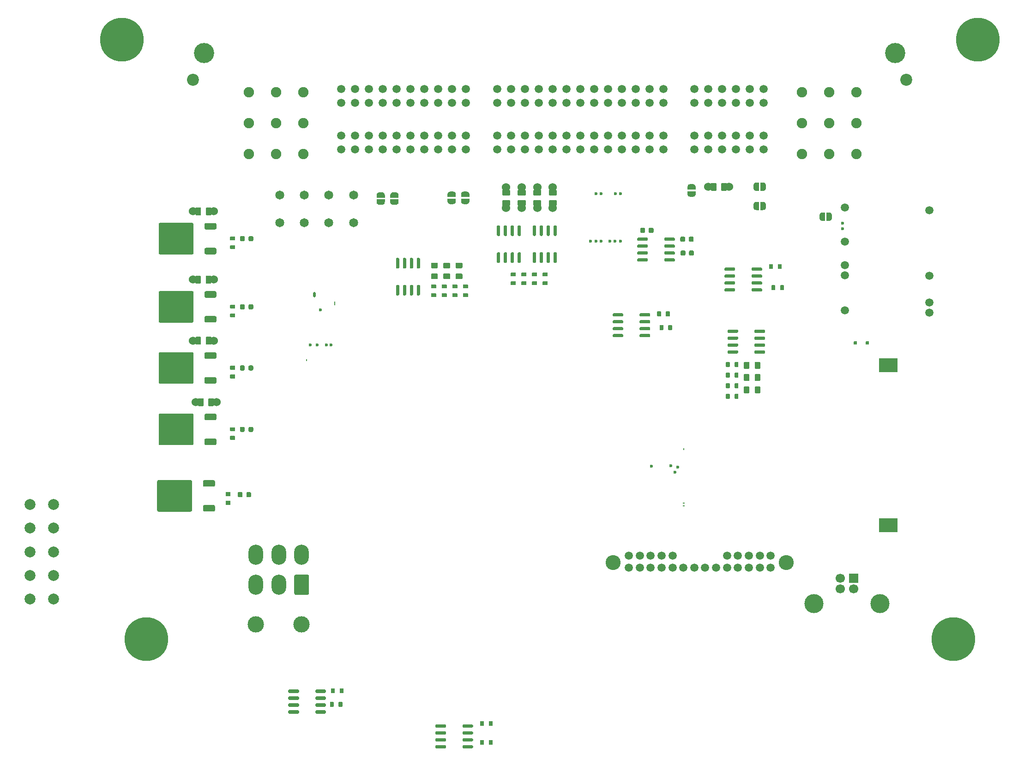
<source format=gts>
G04 #@! TF.GenerationSoftware,KiCad,Pcbnew,8.0.9-8.0.9-0~ubuntu24.04.1*
G04 #@! TF.CreationDate,2025-02-20T16:15:39+00:00*
G04 #@! TF.ProjectId,hellenbms46,68656c6c-656e-4626-9d73-34362e6b6963,rev?*
G04 #@! TF.SameCoordinates,PX4c4b400PY96ae380*
G04 #@! TF.FileFunction,Soldermask,Top*
G04 #@! TF.FilePolarity,Negative*
%FSLAX46Y46*%
G04 Gerber Fmt 4.6, Leading zero omitted, Abs format (unit mm)*
G04 Created by KiCad (PCBNEW 8.0.9-8.0.9-0~ubuntu24.04.1) date 2025-02-20 16:15:39*
%MOMM*%
%LPD*%
G01*
G04 APERTURE LIST*
%ADD10R,3.510000X2.540000*%
%ADD11C,8.000000*%
%ADD12C,1.650000*%
%ADD13C,2.000000*%
%ADD14C,1.524000*%
%ADD15C,2.750000*%
%ADD16C,1.500000*%
%ADD17C,0.600000*%
%ADD18R,1.700000X1.700000*%
%ADD19C,1.700000*%
%ADD20C,3.500000*%
%ADD21C,3.000000*%
%ADD22O,2.700000X3.700000*%
%ADD23O,0.200000X0.700001*%
%ADD24O,0.499999X1.000001*%
%ADD25O,0.250000X0.499999*%
%ADD26C,0.599999*%
%ADD27O,0.499999X0.250000*%
%ADD28C,2.200000*%
%ADD29C,3.700000*%
%ADD30C,1.900000*%
G04 APERTURE END LIST*
D10*
G04 #@! TO.C,BT3001*
X144078800Y54265200D03*
X144078800Y24905200D03*
G04 #@! TD*
G04 #@! TO.C,F4002*
G36*
G01*
X25175500Y64718750D02*
X25175500Y65231250D01*
G75*
G02*
X25394250Y65450000I218750J0D01*
G01*
X25831750Y65450000D01*
G75*
G02*
X26050500Y65231250I0J-218750D01*
G01*
X26050500Y64718750D01*
G75*
G02*
X25831750Y64500000I-218750J0D01*
G01*
X25394250Y64500000D01*
G75*
G02*
X25175500Y64718750I0J218750D01*
G01*
G37*
G36*
G01*
X26750500Y64718750D02*
X26750500Y65231250D01*
G75*
G02*
X26969250Y65450000I218750J0D01*
G01*
X27406750Y65450000D01*
G75*
G02*
X27625500Y65231250I0J-218750D01*
G01*
X27625500Y64718750D01*
G75*
G02*
X27406750Y64500000I-218750J0D01*
G01*
X26969250Y64500000D01*
G75*
G02*
X26750500Y64718750I0J218750D01*
G01*
G37*
G04 #@! TD*
G04 #@! TO.C,U7001*
G36*
G01*
X114050000Y71755000D02*
X114050000Y72055000D01*
G75*
G02*
X114200000Y72205000I150000J0D01*
G01*
X115850000Y72205000D01*
G75*
G02*
X116000000Y72055000I0J-150000D01*
G01*
X116000000Y71755000D01*
G75*
G02*
X115850000Y71605000I-150000J0D01*
G01*
X114200000Y71605000D01*
G75*
G02*
X114050000Y71755000I0J150000D01*
G01*
G37*
G36*
G01*
X114050000Y70485000D02*
X114050000Y70785000D01*
G75*
G02*
X114200000Y70935000I150000J0D01*
G01*
X115850000Y70935000D01*
G75*
G02*
X116000000Y70785000I0J-150000D01*
G01*
X116000000Y70485000D01*
G75*
G02*
X115850000Y70335000I-150000J0D01*
G01*
X114200000Y70335000D01*
G75*
G02*
X114050000Y70485000I0J150000D01*
G01*
G37*
G36*
G01*
X114050000Y69215000D02*
X114050000Y69515000D01*
G75*
G02*
X114200000Y69665000I150000J0D01*
G01*
X115850000Y69665000D01*
G75*
G02*
X116000000Y69515000I0J-150000D01*
G01*
X116000000Y69215000D01*
G75*
G02*
X115850000Y69065000I-150000J0D01*
G01*
X114200000Y69065000D01*
G75*
G02*
X114050000Y69215000I0J150000D01*
G01*
G37*
G36*
G01*
X114050000Y67945000D02*
X114050000Y68245000D01*
G75*
G02*
X114200000Y68395000I150000J0D01*
G01*
X115850000Y68395000D01*
G75*
G02*
X116000000Y68245000I0J-150000D01*
G01*
X116000000Y67945000D01*
G75*
G02*
X115850000Y67795000I-150000J0D01*
G01*
X114200000Y67795000D01*
G75*
G02*
X114050000Y67945000I0J150000D01*
G01*
G37*
G36*
G01*
X119000000Y67945000D02*
X119000000Y68245000D01*
G75*
G02*
X119150000Y68395000I150000J0D01*
G01*
X120800000Y68395000D01*
G75*
G02*
X120950000Y68245000I0J-150000D01*
G01*
X120950000Y67945000D01*
G75*
G02*
X120800000Y67795000I-150000J0D01*
G01*
X119150000Y67795000D01*
G75*
G02*
X119000000Y67945000I0J150000D01*
G01*
G37*
G36*
G01*
X119000000Y69215000D02*
X119000000Y69515000D01*
G75*
G02*
X119150000Y69665000I150000J0D01*
G01*
X120800000Y69665000D01*
G75*
G02*
X120950000Y69515000I0J-150000D01*
G01*
X120950000Y69215000D01*
G75*
G02*
X120800000Y69065000I-150000J0D01*
G01*
X119150000Y69065000D01*
G75*
G02*
X119000000Y69215000I0J150000D01*
G01*
G37*
G36*
G01*
X119000000Y70485000D02*
X119000000Y70785000D01*
G75*
G02*
X119150000Y70935000I150000J0D01*
G01*
X120800000Y70935000D01*
G75*
G02*
X120950000Y70785000I0J-150000D01*
G01*
X120950000Y70485000D01*
G75*
G02*
X120800000Y70335000I-150000J0D01*
G01*
X119150000Y70335000D01*
G75*
G02*
X119000000Y70485000I0J150000D01*
G01*
G37*
G36*
G01*
X119000000Y71755000D02*
X119000000Y72055000D01*
G75*
G02*
X119150000Y72205000I150000J0D01*
G01*
X120800000Y72205000D01*
G75*
G02*
X120950000Y72055000I0J-150000D01*
G01*
X120950000Y71755000D01*
G75*
G02*
X120800000Y71605000I-150000J0D01*
G01*
X119150000Y71605000D01*
G75*
G02*
X119000000Y71755000I0J150000D01*
G01*
G37*
G04 #@! TD*
D11*
G04 #@! TO.C,REF\u002A\u002A*
X3500000Y114000000D03*
G04 #@! TD*
G04 #@! TO.C,JP3001*
G36*
X132748000Y82296000D02*
G01*
X133248000Y82296000D01*
X133248000Y82290911D01*
X133319157Y82290911D01*
X133455708Y82250816D01*
X133575430Y82173875D01*
X133668627Y82066320D01*
X133727746Y81936866D01*
X133748000Y81796000D01*
X133748000Y81296000D01*
X133727746Y81155134D01*
X133668627Y81025680D01*
X133575430Y80918125D01*
X133455708Y80841184D01*
X133319157Y80801089D01*
X133248000Y80801089D01*
X133248000Y80796000D01*
X132748000Y80796000D01*
X132748000Y82296000D01*
G37*
G36*
X131948000Y80801089D02*
G01*
X131876843Y80801089D01*
X131740292Y80841184D01*
X131620570Y80918125D01*
X131527373Y81025680D01*
X131468254Y81155134D01*
X131448000Y81296000D01*
X131448000Y81796000D01*
X131468254Y81936866D01*
X131527373Y82066320D01*
X131620570Y82173875D01*
X131740292Y82250816D01*
X131876843Y82290911D01*
X131948000Y82290911D01*
X131948000Y82296000D01*
X132448000Y82296000D01*
X132448000Y80796000D01*
X131948000Y80796000D01*
X131948000Y80801089D01*
G37*
G04 #@! TD*
G04 #@! TO.C,R7003*
G36*
G01*
X122650000Y68110000D02*
X122650000Y68890000D01*
G75*
G02*
X122720000Y68960000I70000J0D01*
G01*
X123280000Y68960000D01*
G75*
G02*
X123350000Y68890000I0J-70000D01*
G01*
X123350000Y68110000D01*
G75*
G02*
X123280000Y68040000I-70000J0D01*
G01*
X122720000Y68040000D01*
G75*
G02*
X122650000Y68110000I0J70000D01*
G01*
G37*
G36*
G01*
X124250000Y68110000D02*
X124250000Y68890000D01*
G75*
G02*
X124320000Y68960000I70000J0D01*
G01*
X124880000Y68960000D01*
G75*
G02*
X124950000Y68890000I0J-70000D01*
G01*
X124950000Y68110000D01*
G75*
G02*
X124880000Y68040000I-70000J0D01*
G01*
X124320000Y68040000D01*
G75*
G02*
X124250000Y68110000I0J70000D01*
G01*
G37*
G04 #@! TD*
G04 #@! TO.C,U10001*
G36*
G01*
X54245000Y67050000D02*
X53945000Y67050000D01*
G75*
G02*
X53795000Y67200000I0J150000D01*
G01*
X53795000Y68850000D01*
G75*
G02*
X53945000Y69000000I150000J0D01*
G01*
X54245000Y69000000D01*
G75*
G02*
X54395000Y68850000I0J-150000D01*
G01*
X54395000Y67200000D01*
G75*
G02*
X54245000Y67050000I-150000J0D01*
G01*
G37*
G36*
G01*
X55515000Y67050000D02*
X55215000Y67050000D01*
G75*
G02*
X55065000Y67200000I0J150000D01*
G01*
X55065000Y68850000D01*
G75*
G02*
X55215000Y69000000I150000J0D01*
G01*
X55515000Y69000000D01*
G75*
G02*
X55665000Y68850000I0J-150000D01*
G01*
X55665000Y67200000D01*
G75*
G02*
X55515000Y67050000I-150000J0D01*
G01*
G37*
G36*
G01*
X56785000Y67050000D02*
X56485000Y67050000D01*
G75*
G02*
X56335000Y67200000I0J150000D01*
G01*
X56335000Y68850000D01*
G75*
G02*
X56485000Y69000000I150000J0D01*
G01*
X56785000Y69000000D01*
G75*
G02*
X56935000Y68850000I0J-150000D01*
G01*
X56935000Y67200000D01*
G75*
G02*
X56785000Y67050000I-150000J0D01*
G01*
G37*
G36*
G01*
X58055000Y67050000D02*
X57755000Y67050000D01*
G75*
G02*
X57605000Y67200000I0J150000D01*
G01*
X57605000Y68850000D01*
G75*
G02*
X57755000Y69000000I150000J0D01*
G01*
X58055000Y69000000D01*
G75*
G02*
X58205000Y68850000I0J-150000D01*
G01*
X58205000Y67200000D01*
G75*
G02*
X58055000Y67050000I-150000J0D01*
G01*
G37*
G36*
G01*
X58055000Y72000000D02*
X57755000Y72000000D01*
G75*
G02*
X57605000Y72150000I0J150000D01*
G01*
X57605000Y73800000D01*
G75*
G02*
X57755000Y73950000I150000J0D01*
G01*
X58055000Y73950000D01*
G75*
G02*
X58205000Y73800000I0J-150000D01*
G01*
X58205000Y72150000D01*
G75*
G02*
X58055000Y72000000I-150000J0D01*
G01*
G37*
G36*
G01*
X56785000Y72000000D02*
X56485000Y72000000D01*
G75*
G02*
X56335000Y72150000I0J150000D01*
G01*
X56335000Y73800000D01*
G75*
G02*
X56485000Y73950000I150000J0D01*
G01*
X56785000Y73950000D01*
G75*
G02*
X56935000Y73800000I0J-150000D01*
G01*
X56935000Y72150000D01*
G75*
G02*
X56785000Y72000000I-150000J0D01*
G01*
G37*
G36*
G01*
X55515000Y72000000D02*
X55215000Y72000000D01*
G75*
G02*
X55065000Y72150000I0J150000D01*
G01*
X55065000Y73800000D01*
G75*
G02*
X55215000Y73950000I150000J0D01*
G01*
X55515000Y73950000D01*
G75*
G02*
X55665000Y73800000I0J-150000D01*
G01*
X55665000Y72150000D01*
G75*
G02*
X55515000Y72000000I-150000J0D01*
G01*
G37*
G36*
G01*
X54245000Y72000000D02*
X53945000Y72000000D01*
G75*
G02*
X53795000Y72150000I0J150000D01*
G01*
X53795000Y73800000D01*
G75*
G02*
X53945000Y73950000I150000J0D01*
G01*
X54245000Y73950000D01*
G75*
G02*
X54395000Y73800000I0J-150000D01*
G01*
X54395000Y72150000D01*
G75*
G02*
X54245000Y72000000I-150000J0D01*
G01*
G37*
G04 #@! TD*
D12*
G04 #@! TO.C,F2002*
X32500000Y80460000D03*
X32500000Y85540000D03*
G04 #@! TD*
G04 #@! TO.C,R9002*
G36*
G01*
X114300000Y52054359D02*
X114300000Y52834359D01*
G75*
G02*
X114370000Y52904359I70000J0D01*
G01*
X114930000Y52904359D01*
G75*
G02*
X115000000Y52834359I0J-70000D01*
G01*
X115000000Y52054359D01*
G75*
G02*
X114930000Y51984359I-70000J0D01*
G01*
X114370000Y51984359D01*
G75*
G02*
X114300000Y52054359I0J70000D01*
G01*
G37*
G36*
G01*
X115900000Y52054359D02*
X115900000Y52834359D01*
G75*
G02*
X115970000Y52904359I70000J0D01*
G01*
X116530000Y52904359D01*
G75*
G02*
X116600000Y52834359I0J-70000D01*
G01*
X116600000Y52054359D01*
G75*
G02*
X116530000Y51984359I-70000J0D01*
G01*
X115970000Y51984359D01*
G75*
G02*
X115900000Y52054359I0J70000D01*
G01*
G37*
G04 #@! TD*
D13*
G04 #@! TO.C,TP3008*
X-9000000Y11300000D03*
G04 #@! TD*
G04 #@! TO.C,F4001*
G36*
G01*
X25175500Y77239750D02*
X25175500Y77752250D01*
G75*
G02*
X25394250Y77971000I218750J0D01*
G01*
X25831750Y77971000D01*
G75*
G02*
X26050500Y77752250I0J-218750D01*
G01*
X26050500Y77239750D01*
G75*
G02*
X25831750Y77021000I-218750J0D01*
G01*
X25394250Y77021000D01*
G75*
G02*
X25175500Y77239750I0J218750D01*
G01*
G37*
G36*
G01*
X26750500Y77239750D02*
X26750500Y77752250D01*
G75*
G02*
X26969250Y77971000I218750J0D01*
G01*
X27406750Y77971000D01*
G75*
G02*
X27625500Y77752250I0J-218750D01*
G01*
X27625500Y77239750D01*
G75*
G02*
X27406750Y77021000I-218750J0D01*
G01*
X26969250Y77021000D01*
G75*
G02*
X26750500Y77239750I0J218750D01*
G01*
G37*
G04 #@! TD*
G04 #@! TO.C,JP2003*
G36*
X120350000Y82750000D02*
G01*
X119850000Y82750000D01*
X119850000Y82755089D01*
X119778843Y82755089D01*
X119642292Y82795184D01*
X119522570Y82872125D01*
X119429373Y82979680D01*
X119370254Y83109134D01*
X119350000Y83250000D01*
X119350000Y83750000D01*
X119370254Y83890866D01*
X119429373Y84020320D01*
X119522570Y84127875D01*
X119642292Y84204816D01*
X119778843Y84244911D01*
X119850000Y84244911D01*
X119850000Y84250000D01*
X120350000Y84250000D01*
X120350000Y82750000D01*
G37*
G36*
X121150000Y84244911D02*
G01*
X121221157Y84244911D01*
X121357708Y84204816D01*
X121477430Y84127875D01*
X121570627Y84020320D01*
X121629746Y83890866D01*
X121650000Y83750000D01*
X121650000Y83250000D01*
X121629746Y83109134D01*
X121570627Y82979680D01*
X121477430Y82872125D01*
X121357708Y82795184D01*
X121221157Y82755089D01*
X121150000Y82755089D01*
X121150000Y82750000D01*
X120650000Y82750000D01*
X120650000Y84250000D01*
X121150000Y84250000D01*
X121150000Y84244911D01*
G37*
G04 #@! TD*
G04 #@! TO.C,U5002*
G36*
G01*
X79325000Y73050000D02*
X79025000Y73050000D01*
G75*
G02*
X78875000Y73200000I0J150000D01*
G01*
X78875000Y74850000D01*
G75*
G02*
X79025000Y75000000I150000J0D01*
G01*
X79325000Y75000000D01*
G75*
G02*
X79475000Y74850000I0J-150000D01*
G01*
X79475000Y73200000D01*
G75*
G02*
X79325000Y73050000I-150000J0D01*
G01*
G37*
G36*
G01*
X80595000Y73050000D02*
X80295000Y73050000D01*
G75*
G02*
X80145000Y73200000I0J150000D01*
G01*
X80145000Y74850000D01*
G75*
G02*
X80295000Y75000000I150000J0D01*
G01*
X80595000Y75000000D01*
G75*
G02*
X80745000Y74850000I0J-150000D01*
G01*
X80745000Y73200000D01*
G75*
G02*
X80595000Y73050000I-150000J0D01*
G01*
G37*
G36*
G01*
X81865000Y73050000D02*
X81565000Y73050000D01*
G75*
G02*
X81415000Y73200000I0J150000D01*
G01*
X81415000Y74850000D01*
G75*
G02*
X81565000Y75000000I150000J0D01*
G01*
X81865000Y75000000D01*
G75*
G02*
X82015000Y74850000I0J-150000D01*
G01*
X82015000Y73200000D01*
G75*
G02*
X81865000Y73050000I-150000J0D01*
G01*
G37*
G36*
G01*
X83135000Y73050000D02*
X82835000Y73050000D01*
G75*
G02*
X82685000Y73200000I0J150000D01*
G01*
X82685000Y74850000D01*
G75*
G02*
X82835000Y75000000I150000J0D01*
G01*
X83135000Y75000000D01*
G75*
G02*
X83285000Y74850000I0J-150000D01*
G01*
X83285000Y73200000D01*
G75*
G02*
X83135000Y73050000I-150000J0D01*
G01*
G37*
G36*
G01*
X83135000Y78000000D02*
X82835000Y78000000D01*
G75*
G02*
X82685000Y78150000I0J150000D01*
G01*
X82685000Y79800000D01*
G75*
G02*
X82835000Y79950000I150000J0D01*
G01*
X83135000Y79950000D01*
G75*
G02*
X83285000Y79800000I0J-150000D01*
G01*
X83285000Y78150000D01*
G75*
G02*
X83135000Y78000000I-150000J0D01*
G01*
G37*
G36*
G01*
X81865000Y78000000D02*
X81565000Y78000000D01*
G75*
G02*
X81415000Y78150000I0J150000D01*
G01*
X81415000Y79800000D01*
G75*
G02*
X81565000Y79950000I150000J0D01*
G01*
X81865000Y79950000D01*
G75*
G02*
X82015000Y79800000I0J-150000D01*
G01*
X82015000Y78150000D01*
G75*
G02*
X81865000Y78000000I-150000J0D01*
G01*
G37*
G36*
G01*
X80595000Y78000000D02*
X80295000Y78000000D01*
G75*
G02*
X80145000Y78150000I0J150000D01*
G01*
X80145000Y79800000D01*
G75*
G02*
X80295000Y79950000I150000J0D01*
G01*
X80595000Y79950000D01*
G75*
G02*
X80745000Y79800000I0J-150000D01*
G01*
X80745000Y78150000D01*
G75*
G02*
X80595000Y78000000I-150000J0D01*
G01*
G37*
G36*
G01*
X79325000Y78000000D02*
X79025000Y78000000D01*
G75*
G02*
X78875000Y78150000I0J150000D01*
G01*
X78875000Y79800000D01*
G75*
G02*
X79025000Y79950000I150000J0D01*
G01*
X79325000Y79950000D01*
G75*
G02*
X79475000Y79800000I0J-150000D01*
G01*
X79475000Y78150000D01*
G75*
G02*
X79325000Y78000000I-150000J0D01*
G01*
G37*
G04 #@! TD*
G04 #@! TO.C,R5001*
G36*
G01*
X77639954Y68973000D02*
X76859954Y68973000D01*
G75*
G02*
X76789954Y69043000I0J70000D01*
G01*
X76789954Y69603000D01*
G75*
G02*
X76859954Y69673000I70000J0D01*
G01*
X77639954Y69673000D01*
G75*
G02*
X77709954Y69603000I0J-70000D01*
G01*
X77709954Y69043000D01*
G75*
G02*
X77639954Y68973000I-70000J0D01*
G01*
G37*
G36*
G01*
X77639954Y70573000D02*
X76859954Y70573000D01*
G75*
G02*
X76789954Y70643000I0J70000D01*
G01*
X76789954Y71203000D01*
G75*
G02*
X76859954Y71273000I70000J0D01*
G01*
X77639954Y71273000D01*
G75*
G02*
X77709954Y71203000I0J-70000D01*
G01*
X77709954Y70643000D01*
G75*
G02*
X77639954Y70573000I-70000J0D01*
G01*
G37*
G04 #@! TD*
G04 #@! TO.C,R9001*
G36*
G01*
X114300000Y54003405D02*
X114300000Y54783405D01*
G75*
G02*
X114370000Y54853405I70000J0D01*
G01*
X114930000Y54853405D01*
G75*
G02*
X115000000Y54783405I0J-70000D01*
G01*
X115000000Y54003405D01*
G75*
G02*
X114930000Y53933405I-70000J0D01*
G01*
X114370000Y53933405D01*
G75*
G02*
X114300000Y54003405I0J70000D01*
G01*
G37*
G36*
G01*
X115900000Y54003405D02*
X115900000Y54783405D01*
G75*
G02*
X115970000Y54853405I70000J0D01*
G01*
X116530000Y54853405D01*
G75*
G02*
X116600000Y54783405I0J-70000D01*
G01*
X116600000Y54003405D01*
G75*
G02*
X116530000Y53933405I-70000J0D01*
G01*
X115970000Y53933405D01*
G75*
G02*
X115900000Y54003405I0J70000D01*
G01*
G37*
G04 #@! TD*
G04 #@! TO.C,R11001*
G36*
G01*
X23390000Y28650000D02*
X22610000Y28650000D01*
G75*
G02*
X22540000Y28720000I0J70000D01*
G01*
X22540000Y29280000D01*
G75*
G02*
X22610000Y29350000I70000J0D01*
G01*
X23390000Y29350000D01*
G75*
G02*
X23460000Y29280000I0J-70000D01*
G01*
X23460000Y28720000D01*
G75*
G02*
X23390000Y28650000I-70000J0D01*
G01*
G37*
G36*
G01*
X23390000Y30250000D02*
X22610000Y30250000D01*
G75*
G02*
X22540000Y30320000I0J70000D01*
G01*
X22540000Y30880000D01*
G75*
G02*
X22610000Y30950000I70000J0D01*
G01*
X23390000Y30950000D01*
G75*
G02*
X23460000Y30880000I0J-70000D01*
G01*
X23460000Y30320000D01*
G75*
G02*
X23390000Y30250000I-70000J0D01*
G01*
G37*
G04 #@! TD*
D14*
G04 #@! TO.C,JP4001*
X16595000Y82500000D03*
G36*
G01*
X17049999Y81875000D02*
X17049999Y83125000D01*
G75*
G02*
X17149999Y83225000I100000J0D01*
G01*
X17949999Y83225000D01*
G75*
G02*
X18049999Y83125000I0J-100000D01*
G01*
X18049999Y81875000D01*
G75*
G02*
X17949999Y81775000I-100000J0D01*
G01*
X17149999Y81775000D01*
G75*
G02*
X17049999Y81875000I0J100000D01*
G01*
G37*
G36*
G01*
X18950021Y81875000D02*
X18950021Y83125000D01*
G75*
G02*
X19050021Y83225000I100000J0D01*
G01*
X19850021Y83225000D01*
G75*
G02*
X19950021Y83125000I0J-100000D01*
G01*
X19950021Y81875000D01*
G75*
G02*
X19850021Y81775000I-100000J0D01*
G01*
X19050021Y81775000D01*
G75*
G02*
X18950021Y81875000I0J100000D01*
G01*
G37*
X20405000Y82500000D03*
G04 #@! TD*
G04 #@! TO.C,U5001*
G36*
G01*
X72745000Y73050000D02*
X72445000Y73050000D01*
G75*
G02*
X72295000Y73200000I0J150000D01*
G01*
X72295000Y74850000D01*
G75*
G02*
X72445000Y75000000I150000J0D01*
G01*
X72745000Y75000000D01*
G75*
G02*
X72895000Y74850000I0J-150000D01*
G01*
X72895000Y73200000D01*
G75*
G02*
X72745000Y73050000I-150000J0D01*
G01*
G37*
G36*
G01*
X74015000Y73050000D02*
X73715000Y73050000D01*
G75*
G02*
X73565000Y73200000I0J150000D01*
G01*
X73565000Y74850000D01*
G75*
G02*
X73715000Y75000000I150000J0D01*
G01*
X74015000Y75000000D01*
G75*
G02*
X74165000Y74850000I0J-150000D01*
G01*
X74165000Y73200000D01*
G75*
G02*
X74015000Y73050000I-150000J0D01*
G01*
G37*
G36*
G01*
X75285000Y73050000D02*
X74985000Y73050000D01*
G75*
G02*
X74835000Y73200000I0J150000D01*
G01*
X74835000Y74850000D01*
G75*
G02*
X74985000Y75000000I150000J0D01*
G01*
X75285000Y75000000D01*
G75*
G02*
X75435000Y74850000I0J-150000D01*
G01*
X75435000Y73200000D01*
G75*
G02*
X75285000Y73050000I-150000J0D01*
G01*
G37*
G36*
G01*
X76555000Y73050000D02*
X76255000Y73050000D01*
G75*
G02*
X76105000Y73200000I0J150000D01*
G01*
X76105000Y74850000D01*
G75*
G02*
X76255000Y75000000I150000J0D01*
G01*
X76555000Y75000000D01*
G75*
G02*
X76705000Y74850000I0J-150000D01*
G01*
X76705000Y73200000D01*
G75*
G02*
X76555000Y73050000I-150000J0D01*
G01*
G37*
G36*
G01*
X76555000Y78000000D02*
X76255000Y78000000D01*
G75*
G02*
X76105000Y78150000I0J150000D01*
G01*
X76105000Y79800000D01*
G75*
G02*
X76255000Y79950000I150000J0D01*
G01*
X76555000Y79950000D01*
G75*
G02*
X76705000Y79800000I0J-150000D01*
G01*
X76705000Y78150000D01*
G75*
G02*
X76555000Y78000000I-150000J0D01*
G01*
G37*
G36*
G01*
X75285000Y78000000D02*
X74985000Y78000000D01*
G75*
G02*
X74835000Y78150000I0J150000D01*
G01*
X74835000Y79800000D01*
G75*
G02*
X74985000Y79950000I150000J0D01*
G01*
X75285000Y79950000D01*
G75*
G02*
X75435000Y79800000I0J-150000D01*
G01*
X75435000Y78150000D01*
G75*
G02*
X75285000Y78000000I-150000J0D01*
G01*
G37*
G36*
G01*
X74015000Y78000000D02*
X73715000Y78000000D01*
G75*
G02*
X73565000Y78150000I0J150000D01*
G01*
X73565000Y79800000D01*
G75*
G02*
X73715000Y79950000I150000J0D01*
G01*
X74015000Y79950000D01*
G75*
G02*
X74165000Y79800000I0J-150000D01*
G01*
X74165000Y78150000D01*
G75*
G02*
X74015000Y78000000I-150000J0D01*
G01*
G37*
G36*
G01*
X72745000Y78000000D02*
X72445000Y78000000D01*
G75*
G02*
X72295000Y78150000I0J150000D01*
G01*
X72295000Y79800000D01*
G75*
G02*
X72445000Y79950000I150000J0D01*
G01*
X72745000Y79950000D01*
G75*
G02*
X72895000Y79800000I0J-150000D01*
G01*
X72895000Y78150000D01*
G75*
G02*
X72745000Y78000000I-150000J0D01*
G01*
G37*
G04 #@! TD*
G04 #@! TO.C,JP4004*
X17045001Y47483000D03*
G36*
G01*
X17500000Y46858000D02*
X17500000Y48108000D01*
G75*
G02*
X17600000Y48208000I100000J0D01*
G01*
X18400000Y48208000D01*
G75*
G02*
X18500000Y48108000I0J-100000D01*
G01*
X18500000Y46858000D01*
G75*
G02*
X18400000Y46758000I-100000J0D01*
G01*
X17600000Y46758000D01*
G75*
G02*
X17500000Y46858000I0J100000D01*
G01*
G37*
G36*
G01*
X19400022Y46858000D02*
X19400022Y48108000D01*
G75*
G02*
X19500022Y48208000I100000J0D01*
G01*
X20300022Y48208000D01*
G75*
G02*
X20400022Y48108000I0J-100000D01*
G01*
X20400022Y46858000D01*
G75*
G02*
X20300022Y46758000I-100000J0D01*
G01*
X19500022Y46758000D01*
G75*
G02*
X19400022Y46858000I0J100000D01*
G01*
G37*
X20855001Y47483000D03*
G04 #@! TD*
G04 #@! TO.C,Q11001*
G36*
G01*
X20600000Y28350000D02*
X20600000Y27650000D01*
G75*
G02*
X20350000Y27400000I-250000J0D01*
G01*
X18650000Y27400000D01*
G75*
G02*
X18400000Y27650000I0J250000D01*
G01*
X18400000Y28350000D01*
G75*
G02*
X18650000Y28600000I250000J0D01*
G01*
X20350000Y28600000D01*
G75*
G02*
X20600000Y28350000I0J-250000D01*
G01*
G37*
G36*
G01*
X16400000Y32930003D02*
X16400000Y27629997D01*
G75*
G02*
X16150003Y27380000I-249997J0D01*
G01*
X10249997Y27380000D01*
G75*
G02*
X10000000Y27629997I0J249997D01*
G01*
X10000000Y32930003D01*
G75*
G02*
X10249997Y33180000I249997J0D01*
G01*
X16150003Y33180000D01*
G75*
G02*
X16400000Y32930003I0J-249997D01*
G01*
G37*
G36*
G01*
X20600000Y32910000D02*
X20600000Y32210000D01*
G75*
G02*
X20350000Y31960000I-250000J0D01*
G01*
X18650000Y31960000D01*
G75*
G02*
X18400000Y32210000I0J250000D01*
G01*
X18400000Y32910000D01*
G75*
G02*
X18650000Y33160000I250000J0D01*
G01*
X20350000Y33160000D01*
G75*
G02*
X20600000Y32910000I0J-250000D01*
G01*
G37*
G04 #@! TD*
G04 #@! TO.C,U8001*
G36*
G01*
X61025000Y-12150000D02*
X61025000Y-11850000D01*
G75*
G02*
X61175000Y-11700000I150000J0D01*
G01*
X62825000Y-11700000D01*
G75*
G02*
X62975000Y-11850000I0J-150000D01*
G01*
X62975000Y-12150000D01*
G75*
G02*
X62825000Y-12300000I-150000J0D01*
G01*
X61175000Y-12300000D01*
G75*
G02*
X61025000Y-12150000I0J150000D01*
G01*
G37*
G36*
G01*
X61025000Y-13420000D02*
X61025000Y-13120000D01*
G75*
G02*
X61175000Y-12970000I150000J0D01*
G01*
X62825000Y-12970000D01*
G75*
G02*
X62975000Y-13120000I0J-150000D01*
G01*
X62975000Y-13420000D01*
G75*
G02*
X62825000Y-13570000I-150000J0D01*
G01*
X61175000Y-13570000D01*
G75*
G02*
X61025000Y-13420000I0J150000D01*
G01*
G37*
G36*
G01*
X61025000Y-14690000D02*
X61025000Y-14390000D01*
G75*
G02*
X61175000Y-14240000I150000J0D01*
G01*
X62825000Y-14240000D01*
G75*
G02*
X62975000Y-14390000I0J-150000D01*
G01*
X62975000Y-14690000D01*
G75*
G02*
X62825000Y-14840000I-150000J0D01*
G01*
X61175000Y-14840000D01*
G75*
G02*
X61025000Y-14690000I0J150000D01*
G01*
G37*
G36*
G01*
X61025000Y-15960000D02*
X61025000Y-15660000D01*
G75*
G02*
X61175000Y-15510000I150000J0D01*
G01*
X62825000Y-15510000D01*
G75*
G02*
X62975000Y-15660000I0J-150000D01*
G01*
X62975000Y-15960000D01*
G75*
G02*
X62825000Y-16110000I-150000J0D01*
G01*
X61175000Y-16110000D01*
G75*
G02*
X61025000Y-15960000I0J150000D01*
G01*
G37*
G36*
G01*
X65975000Y-15960000D02*
X65975000Y-15660000D01*
G75*
G02*
X66125000Y-15510000I150000J0D01*
G01*
X67775000Y-15510000D01*
G75*
G02*
X67925000Y-15660000I0J-150000D01*
G01*
X67925000Y-15960000D01*
G75*
G02*
X67775000Y-16110000I-150000J0D01*
G01*
X66125000Y-16110000D01*
G75*
G02*
X65975000Y-15960000I0J150000D01*
G01*
G37*
G36*
G01*
X65975000Y-14690000D02*
X65975000Y-14390000D01*
G75*
G02*
X66125000Y-14240000I150000J0D01*
G01*
X67775000Y-14240000D01*
G75*
G02*
X67925000Y-14390000I0J-150000D01*
G01*
X67925000Y-14690000D01*
G75*
G02*
X67775000Y-14840000I-150000J0D01*
G01*
X66125000Y-14840000D01*
G75*
G02*
X65975000Y-14690000I0J150000D01*
G01*
G37*
G36*
G01*
X65975000Y-13420000D02*
X65975000Y-13120000D01*
G75*
G02*
X66125000Y-12970000I150000J0D01*
G01*
X67775000Y-12970000D01*
G75*
G02*
X67925000Y-13120000I0J-150000D01*
G01*
X67925000Y-13420000D01*
G75*
G02*
X67775000Y-13570000I-150000J0D01*
G01*
X66125000Y-13570000D01*
G75*
G02*
X65975000Y-13420000I0J150000D01*
G01*
G37*
G36*
G01*
X65975000Y-12150000D02*
X65975000Y-11850000D01*
G75*
G02*
X66125000Y-11700000I150000J0D01*
G01*
X67775000Y-11700000D01*
G75*
G02*
X67925000Y-11850000I0J-150000D01*
G01*
X67925000Y-12150000D01*
G75*
G02*
X67775000Y-12300000I-150000J0D01*
G01*
X66125000Y-12300000D01*
G75*
G02*
X65975000Y-12150000I0J150000D01*
G01*
G37*
G04 #@! TD*
G04 #@! TO.C,C10003*
G36*
G01*
X65875000Y70075000D02*
X64825000Y70075000D01*
G75*
G02*
X64725000Y70175000I0J100000D01*
G01*
X64725000Y70975000D01*
G75*
G02*
X64825000Y71075000I100000J0D01*
G01*
X65875000Y71075000D01*
G75*
G02*
X65975000Y70975000I0J-100000D01*
G01*
X65975000Y70175000D01*
G75*
G02*
X65875000Y70075000I-100000J0D01*
G01*
G37*
G36*
G01*
X65875000Y72075000D02*
X64825000Y72075000D01*
G75*
G02*
X64725000Y72175000I0J100000D01*
G01*
X64725000Y72975000D01*
G75*
G02*
X64825000Y73075000I100000J0D01*
G01*
X65875000Y73075000D01*
G75*
G02*
X65975000Y72975000I0J-100000D01*
G01*
X65975000Y72175000D01*
G75*
G02*
X65875000Y72075000I-100000J0D01*
G01*
G37*
G04 #@! TD*
D11*
G04 #@! TO.C,REF\u002A\u002A*
X8000000Y4000000D03*
G04 #@! TD*
D13*
G04 #@! TO.C,TP3001*
X-13350000Y11300000D03*
G04 #@! TD*
G04 #@! TO.C,F11001*
G36*
G01*
X24775000Y30243750D02*
X24775000Y30756250D01*
G75*
G02*
X24993750Y30975000I218750J0D01*
G01*
X25431250Y30975000D01*
G75*
G02*
X25650000Y30756250I0J-218750D01*
G01*
X25650000Y30243750D01*
G75*
G02*
X25431250Y30025000I-218750J0D01*
G01*
X24993750Y30025000D01*
G75*
G02*
X24775000Y30243750I0J218750D01*
G01*
G37*
G36*
G01*
X26350000Y30243750D02*
X26350000Y30756250D01*
G75*
G02*
X26568750Y30975000I218750J0D01*
G01*
X27006250Y30975000D01*
G75*
G02*
X27225000Y30756250I0J-218750D01*
G01*
X27225000Y30243750D01*
G75*
G02*
X27006250Y30025000I-218750J0D01*
G01*
X26568750Y30025000D01*
G75*
G02*
X26350000Y30243750I0J218750D01*
G01*
G37*
G04 #@! TD*
G04 #@! TO.C,C6002*
G36*
G01*
X98579200Y78772400D02*
X98579200Y79272400D01*
G75*
G02*
X98804200Y79497400I225000J0D01*
G01*
X99254200Y79497400D01*
G75*
G02*
X99479200Y79272400I0J-225000D01*
G01*
X99479200Y78772400D01*
G75*
G02*
X99254200Y78547400I-225000J0D01*
G01*
X98804200Y78547400D01*
G75*
G02*
X98579200Y78772400I0J225000D01*
G01*
G37*
G36*
G01*
X100129200Y78772400D02*
X100129200Y79272400D01*
G75*
G02*
X100354200Y79497400I225000J0D01*
G01*
X100804200Y79497400D01*
G75*
G02*
X101029200Y79272400I0J-225000D01*
G01*
X101029200Y78772400D01*
G75*
G02*
X100804200Y78547400I-225000J0D01*
G01*
X100354200Y78547400D01*
G75*
G02*
X100129200Y78772400I0J225000D01*
G01*
G37*
G04 #@! TD*
G04 #@! TO.C,R4004*
G36*
G01*
X24225000Y40567000D02*
X23445000Y40567000D01*
G75*
G02*
X23375000Y40637000I0J70000D01*
G01*
X23375000Y41197000D01*
G75*
G02*
X23445000Y41267000I70000J0D01*
G01*
X24225000Y41267000D01*
G75*
G02*
X24295000Y41197000I0J-70000D01*
G01*
X24295000Y40637000D01*
G75*
G02*
X24225000Y40567000I-70000J0D01*
G01*
G37*
G36*
G01*
X24225000Y42167000D02*
X23445000Y42167000D01*
G75*
G02*
X23375000Y42237000I0J70000D01*
G01*
X23375000Y42797000D01*
G75*
G02*
X23445000Y42867000I70000J0D01*
G01*
X24225000Y42867000D01*
G75*
G02*
X24295000Y42797000I0J-70000D01*
G01*
X24295000Y42237000D01*
G75*
G02*
X24225000Y42167000I-70000J0D01*
G01*
G37*
G04 #@! TD*
D14*
G04 #@! TO.C,JP2002*
X114905000Y87000000D03*
G36*
G01*
X114450001Y87625000D02*
X114450001Y86375000D01*
G75*
G02*
X114350001Y86275000I-100000J0D01*
G01*
X113550001Y86275000D01*
G75*
G02*
X113450001Y86375000I0J100000D01*
G01*
X113450001Y87625000D01*
G75*
G02*
X113550001Y87725000I100000J0D01*
G01*
X114350001Y87725000D01*
G75*
G02*
X114450001Y87625000I0J-100000D01*
G01*
G37*
G36*
G01*
X112549979Y87625000D02*
X112549979Y86375000D01*
G75*
G02*
X112449979Y86275000I-100000J0D01*
G01*
X111649979Y86275000D01*
G75*
G02*
X111549979Y86375000I0J100000D01*
G01*
X111549979Y87625000D01*
G75*
G02*
X111649979Y87725000I100000J0D01*
G01*
X112449979Y87725000D01*
G75*
G02*
X112549979Y87625000I0J-100000D01*
G01*
G37*
X111095000Y87000000D03*
G04 #@! TD*
G04 #@! TO.C,R7004*
G36*
G01*
X102125000Y60785000D02*
X102125000Y61565000D01*
G75*
G02*
X102195000Y61635000I70000J0D01*
G01*
X102755000Y61635000D01*
G75*
G02*
X102825000Y61565000I0J-70000D01*
G01*
X102825000Y60785000D01*
G75*
G02*
X102755000Y60715000I-70000J0D01*
G01*
X102195000Y60715000D01*
G75*
G02*
X102125000Y60785000I0J70000D01*
G01*
G37*
G36*
G01*
X103725000Y60785000D02*
X103725000Y61565000D01*
G75*
G02*
X103795000Y61635000I70000J0D01*
G01*
X104355000Y61635000D01*
G75*
G02*
X104425000Y61565000I0J-70000D01*
G01*
X104425000Y60785000D01*
G75*
G02*
X104355000Y60715000I-70000J0D01*
G01*
X103795000Y60715000D01*
G75*
G02*
X103725000Y60785000I0J70000D01*
G01*
G37*
G04 #@! TD*
G04 #@! TO.C,R8003*
G36*
G01*
X69200000Y-15390000D02*
X69200000Y-14610000D01*
G75*
G02*
X69270000Y-14540000I70000J0D01*
G01*
X69830000Y-14540000D01*
G75*
G02*
X69900000Y-14610000I0J-70000D01*
G01*
X69900000Y-15390000D01*
G75*
G02*
X69830000Y-15460000I-70000J0D01*
G01*
X69270000Y-15460000D01*
G75*
G02*
X69200000Y-15390000I0J70000D01*
G01*
G37*
G36*
G01*
X70800000Y-15390000D02*
X70800000Y-14610000D01*
G75*
G02*
X70870000Y-14540000I70000J0D01*
G01*
X71430000Y-14540000D01*
G75*
G02*
X71500000Y-14610000I0J-70000D01*
G01*
X71500000Y-15390000D01*
G75*
G02*
X71430000Y-15460000I-70000J0D01*
G01*
X70870000Y-15460000D01*
G75*
G02*
X70800000Y-15390000I0J70000D01*
G01*
G37*
G04 #@! TD*
G04 #@! TO.C,R9003*
G36*
G01*
X114300000Y50105313D02*
X114300000Y50885313D01*
G75*
G02*
X114370000Y50955313I70000J0D01*
G01*
X114930000Y50955313D01*
G75*
G02*
X115000000Y50885313I0J-70000D01*
G01*
X115000000Y50105313D01*
G75*
G02*
X114930000Y50035313I-70000J0D01*
G01*
X114370000Y50035313D01*
G75*
G02*
X114300000Y50105313I0J70000D01*
G01*
G37*
G36*
G01*
X115900000Y50105313D02*
X115900000Y50885313D01*
G75*
G02*
X115970000Y50955313I70000J0D01*
G01*
X116530000Y50955313D01*
G75*
G02*
X116600000Y50885313I0J-70000D01*
G01*
X116600000Y50105313D01*
G75*
G02*
X116530000Y50035313I-70000J0D01*
G01*
X115970000Y50035313D01*
G75*
G02*
X115900000Y50105313I0J70000D01*
G01*
G37*
G04 #@! TD*
D15*
G04 #@! TO.C,J2001*
X93650000Y17995200D03*
X125350000Y17995200D03*
D16*
X96500000Y19295200D03*
X98500000Y19295200D03*
X100500000Y19295200D03*
X102500000Y19295200D03*
X104500000Y19295200D03*
X114500000Y19295200D03*
X116500000Y19295200D03*
X118500000Y19295200D03*
X120500000Y19295200D03*
X122500000Y19295200D03*
X96500000Y17095200D03*
X98500000Y17095200D03*
X100500000Y17095200D03*
X102500000Y17095200D03*
X104500000Y17095200D03*
X106500000Y17095200D03*
X108500000Y17095200D03*
X110500000Y17095200D03*
X112500000Y17095200D03*
X114500000Y17095200D03*
X116500000Y17095200D03*
X118500000Y17095200D03*
X120500000Y17095200D03*
X122500000Y17095200D03*
G04 #@! TD*
G04 #@! TO.C,D3001*
G36*
G01*
X137811200Y58630400D02*
X138291200Y58630400D01*
G75*
G02*
X138351200Y58570400I0J-60000D01*
G01*
X138351200Y58090400D01*
G75*
G02*
X138291200Y58030400I-60000J0D01*
G01*
X137811200Y58030400D01*
G75*
G02*
X137751200Y58090400I0J60000D01*
G01*
X137751200Y58570400D01*
G75*
G02*
X137811200Y58630400I60000J0D01*
G01*
G37*
G36*
G01*
X140011200Y58630400D02*
X140491200Y58630400D01*
G75*
G02*
X140551200Y58570400I0J-60000D01*
G01*
X140551200Y58090400D01*
G75*
G02*
X140491200Y58030400I-60000J0D01*
G01*
X140011200Y58030400D01*
G75*
G02*
X139951200Y58090400I0J60000D01*
G01*
X139951200Y58570400D01*
G75*
G02*
X140011200Y58630400I60000J0D01*
G01*
G37*
G04 #@! TD*
G04 #@! TO.C,Q4004*
G36*
G01*
X20872000Y40549000D02*
X20872000Y39849000D01*
G75*
G02*
X20622000Y39599000I-250000J0D01*
G01*
X18922000Y39599000D01*
G75*
G02*
X18672000Y39849000I0J250000D01*
G01*
X18672000Y40549000D01*
G75*
G02*
X18922000Y40799000I250000J0D01*
G01*
X20622000Y40799000D01*
G75*
G02*
X20872000Y40549000I0J-250000D01*
G01*
G37*
G36*
G01*
X16672000Y45129003D02*
X16672000Y39828997D01*
G75*
G02*
X16422003Y39579000I-249997J0D01*
G01*
X10521997Y39579000D01*
G75*
G02*
X10272000Y39828997I0J249997D01*
G01*
X10272000Y45129003D01*
G75*
G02*
X10521997Y45379000I249997J0D01*
G01*
X16422003Y45379000D01*
G75*
G02*
X16672000Y45129003I0J-249997D01*
G01*
G37*
G36*
G01*
X20872000Y45109000D02*
X20872000Y44409000D01*
G75*
G02*
X20622000Y44159000I-250000J0D01*
G01*
X18922000Y44159000D01*
G75*
G02*
X18672000Y44409000I0J250000D01*
G01*
X18672000Y45109000D01*
G75*
G02*
X18922000Y45359000I250000J0D01*
G01*
X20622000Y45359000D01*
G75*
G02*
X20872000Y45109000I0J-250000D01*
G01*
G37*
G04 #@! TD*
G04 #@! TO.C,JP2010*
G36*
X64750000Y84850000D02*
G01*
X64750000Y84350000D01*
X64744911Y84350000D01*
X64744911Y84278843D01*
X64704816Y84142292D01*
X64627875Y84022570D01*
X64520320Y83929373D01*
X64390866Y83870254D01*
X64250000Y83850000D01*
X63750000Y83850000D01*
X63609134Y83870254D01*
X63479680Y83929373D01*
X63372125Y84022570D01*
X63295184Y84142292D01*
X63255089Y84278843D01*
X63255089Y84350000D01*
X63250000Y84350000D01*
X63250000Y84850000D01*
X64750000Y84850000D01*
G37*
G36*
X63255089Y85650000D02*
G01*
X63255089Y85721157D01*
X63295184Y85857708D01*
X63372125Y85977430D01*
X63479680Y86070627D01*
X63609134Y86129746D01*
X63750000Y86150000D01*
X64250000Y86150000D01*
X64390866Y86129746D01*
X64520320Y86070627D01*
X64627875Y85977430D01*
X64704816Y85857708D01*
X64744911Y85721157D01*
X64744911Y85650000D01*
X64750000Y85650000D01*
X64750000Y85150000D01*
X63250000Y85150000D01*
X63250000Y85650000D01*
X63255089Y85650000D01*
G37*
G04 #@! TD*
G04 #@! TO.C,R5003*
G36*
G01*
X75690908Y68973000D02*
X74910908Y68973000D01*
G75*
G02*
X74840908Y69043000I0J70000D01*
G01*
X74840908Y69603000D01*
G75*
G02*
X74910908Y69673000I70000J0D01*
G01*
X75690908Y69673000D01*
G75*
G02*
X75760908Y69603000I0J-70000D01*
G01*
X75760908Y69043000D01*
G75*
G02*
X75690908Y68973000I-70000J0D01*
G01*
G37*
G36*
G01*
X75690908Y70573000D02*
X74910908Y70573000D01*
G75*
G02*
X74840908Y70643000I0J70000D01*
G01*
X74840908Y71203000D01*
G75*
G02*
X74910908Y71273000I70000J0D01*
G01*
X75690908Y71273000D01*
G75*
G02*
X75760908Y71203000I0J-70000D01*
G01*
X75760908Y70643000D01*
G75*
G02*
X75690908Y70573000I-70000J0D01*
G01*
G37*
G04 #@! TD*
D13*
G04 #@! TO.C,TP3003*
X-13350000Y24350000D03*
G04 #@! TD*
G04 #@! TO.C,C6003*
G36*
G01*
X105983000Y74606800D02*
X105983000Y75106800D01*
G75*
G02*
X106208000Y75331800I225000J0D01*
G01*
X106658000Y75331800D01*
G75*
G02*
X106883000Y75106800I0J-225000D01*
G01*
X106883000Y74606800D01*
G75*
G02*
X106658000Y74381800I-225000J0D01*
G01*
X106208000Y74381800D01*
G75*
G02*
X105983000Y74606800I0J225000D01*
G01*
G37*
G36*
G01*
X107533000Y74606800D02*
X107533000Y75106800D01*
G75*
G02*
X107758000Y75331800I225000J0D01*
G01*
X108208000Y75331800D01*
G75*
G02*
X108433000Y75106800I0J-225000D01*
G01*
X108433000Y74606800D01*
G75*
G02*
X108208000Y74381800I-225000J0D01*
G01*
X107758000Y74381800D01*
G75*
G02*
X107533000Y74606800I0J225000D01*
G01*
G37*
G04 #@! TD*
G04 #@! TO.C,C10001*
G36*
G01*
X61375000Y70075000D02*
X60325000Y70075000D01*
G75*
G02*
X60225000Y70175000I0J100000D01*
G01*
X60225000Y70975000D01*
G75*
G02*
X60325000Y71075000I100000J0D01*
G01*
X61375000Y71075000D01*
G75*
G02*
X61475000Y70975000I0J-100000D01*
G01*
X61475000Y70175000D01*
G75*
G02*
X61375000Y70075000I-100000J0D01*
G01*
G37*
G36*
G01*
X61375000Y72075000D02*
X60325000Y72075000D01*
G75*
G02*
X60225000Y72175000I0J100000D01*
G01*
X60225000Y72975000D01*
G75*
G02*
X60325000Y73075000I100000J0D01*
G01*
X61375000Y73075000D01*
G75*
G02*
X61475000Y72975000I0J-100000D01*
G01*
X61475000Y72175000D01*
G75*
G02*
X61375000Y72075000I-100000J0D01*
G01*
G37*
G04 #@! TD*
D14*
G04 #@! TO.C,JP4002*
X16545001Y69979000D03*
G36*
G01*
X17000000Y69354000D02*
X17000000Y70604000D01*
G75*
G02*
X17100000Y70704000I100000J0D01*
G01*
X17900000Y70704000D01*
G75*
G02*
X18000000Y70604000I0J-100000D01*
G01*
X18000000Y69354000D01*
G75*
G02*
X17900000Y69254000I-100000J0D01*
G01*
X17100000Y69254000D01*
G75*
G02*
X17000000Y69354000I0J100000D01*
G01*
G37*
G36*
G01*
X18900022Y69354000D02*
X18900022Y70604000D01*
G75*
G02*
X19000022Y70704000I100000J0D01*
G01*
X19800022Y70704000D01*
G75*
G02*
X19900022Y70604000I0J-100000D01*
G01*
X19900022Y69354000D01*
G75*
G02*
X19800022Y69254000I-100000J0D01*
G01*
X19000022Y69254000D01*
G75*
G02*
X18900022Y69354000I0J100000D01*
G01*
G37*
X20355001Y69979000D03*
G04 #@! TD*
D17*
G04 #@! TO.C,M6002*
X94931797Y77030400D03*
X93981797Y77030400D03*
X93031799Y77030400D03*
X94031797Y85730400D03*
X94931797Y85730400D03*
G04 #@! TD*
G04 #@! TO.C,F4003*
G36*
G01*
X25175500Y53498750D02*
X25175500Y54011250D01*
G75*
G02*
X25394250Y54230000I218750J0D01*
G01*
X25831750Y54230000D01*
G75*
G02*
X26050500Y54011250I0J-218750D01*
G01*
X26050500Y53498750D01*
G75*
G02*
X25831750Y53280000I-218750J0D01*
G01*
X25394250Y53280000D01*
G75*
G02*
X25175500Y53498750I0J218750D01*
G01*
G37*
G36*
G01*
X26750500Y53498750D02*
X26750500Y54011250D01*
G75*
G02*
X26969250Y54230000I218750J0D01*
G01*
X27406750Y54230000D01*
G75*
G02*
X27625500Y54011250I0J-218750D01*
G01*
X27625500Y53498750D01*
G75*
G02*
X27406750Y53280000I-218750J0D01*
G01*
X26969250Y53280000D01*
G75*
G02*
X26750500Y53498750I0J218750D01*
G01*
G37*
G04 #@! TD*
G04 #@! TO.C,R10002*
G36*
G01*
X63040641Y66775000D02*
X62260641Y66775000D01*
G75*
G02*
X62190641Y66845000I0J70000D01*
G01*
X62190641Y67405000D01*
G75*
G02*
X62260641Y67475000I70000J0D01*
G01*
X63040641Y67475000D01*
G75*
G02*
X63110641Y67405000I0J-70000D01*
G01*
X63110641Y66845000D01*
G75*
G02*
X63040641Y66775000I-70000J0D01*
G01*
G37*
G36*
G01*
X63040641Y68375000D02*
X62260641Y68375000D01*
G75*
G02*
X62190641Y68445000I0J70000D01*
G01*
X62190641Y69005000D01*
G75*
G02*
X62260641Y69075000I70000J0D01*
G01*
X63040641Y69075000D01*
G75*
G02*
X63110641Y69005000I0J-70000D01*
G01*
X63110641Y68445000D01*
G75*
G02*
X63040641Y68375000I-70000J0D01*
G01*
G37*
G04 #@! TD*
G04 #@! TO.C,R4001*
G36*
G01*
X24225000Y75584000D02*
X23445000Y75584000D01*
G75*
G02*
X23375000Y75654000I0J70000D01*
G01*
X23375000Y76214000D01*
G75*
G02*
X23445000Y76284000I70000J0D01*
G01*
X24225000Y76284000D01*
G75*
G02*
X24295000Y76214000I0J-70000D01*
G01*
X24295000Y75654000D01*
G75*
G02*
X24225000Y75584000I-70000J0D01*
G01*
G37*
G36*
G01*
X24225000Y77184000D02*
X23445000Y77184000D01*
G75*
G02*
X23375000Y77254000I0J70000D01*
G01*
X23375000Y77814000D01*
G75*
G02*
X23445000Y77884000I70000J0D01*
G01*
X24225000Y77884000D01*
G75*
G02*
X24295000Y77814000I0J-70000D01*
G01*
X24295000Y77254000D01*
G75*
G02*
X24225000Y77184000I-70000J0D01*
G01*
G37*
G04 #@! TD*
G04 #@! TO.C,R10004*
G36*
G01*
X66938733Y66775000D02*
X66158733Y66775000D01*
G75*
G02*
X66088733Y66845000I0J70000D01*
G01*
X66088733Y67405000D01*
G75*
G02*
X66158733Y67475000I70000J0D01*
G01*
X66938733Y67475000D01*
G75*
G02*
X67008733Y67405000I0J-70000D01*
G01*
X67008733Y66845000D01*
G75*
G02*
X66938733Y66775000I-70000J0D01*
G01*
G37*
G36*
G01*
X66938733Y68375000D02*
X66158733Y68375000D01*
G75*
G02*
X66088733Y68445000I0J70000D01*
G01*
X66088733Y69005000D01*
G75*
G02*
X66158733Y69075000I70000J0D01*
G01*
X66938733Y69075000D01*
G75*
G02*
X67008733Y69005000I0J-70000D01*
G01*
X67008733Y68445000D01*
G75*
G02*
X66938733Y68375000I-70000J0D01*
G01*
G37*
G04 #@! TD*
G04 #@! TO.C,JP2005*
G36*
X67250000Y84850000D02*
G01*
X67250000Y84350000D01*
X67244911Y84350000D01*
X67244911Y84278843D01*
X67204816Y84142292D01*
X67127875Y84022570D01*
X67020320Y83929373D01*
X66890866Y83870254D01*
X66750000Y83850000D01*
X66250000Y83850000D01*
X66109134Y83870254D01*
X65979680Y83929373D01*
X65872125Y84022570D01*
X65795184Y84142292D01*
X65755089Y84278843D01*
X65755089Y84350000D01*
X65750000Y84350000D01*
X65750000Y84850000D01*
X67250000Y84850000D01*
G37*
G36*
X65755089Y85650000D02*
G01*
X65755089Y85721157D01*
X65795184Y85857708D01*
X65872125Y85977430D01*
X65979680Y86070627D01*
X66109134Y86129746D01*
X66250000Y86150000D01*
X66750000Y86150000D01*
X66890866Y86129746D01*
X67020320Y86070627D01*
X67127875Y85977430D01*
X67204816Y85857708D01*
X67244911Y85721157D01*
X67244911Y85650000D01*
X67250000Y85650000D01*
X67250000Y85150000D01*
X65750000Y85150000D01*
X65750000Y85650000D01*
X65755089Y85650000D01*
G37*
G04 #@! TD*
G04 #@! TO.C,U9001*
G36*
G01*
X114575000Y60350000D02*
X114575000Y60650000D01*
G75*
G02*
X114725000Y60800000I150000J0D01*
G01*
X116375000Y60800000D01*
G75*
G02*
X116525000Y60650000I0J-150000D01*
G01*
X116525000Y60350000D01*
G75*
G02*
X116375000Y60200000I-150000J0D01*
G01*
X114725000Y60200000D01*
G75*
G02*
X114575000Y60350000I0J150000D01*
G01*
G37*
G36*
G01*
X114575000Y59080000D02*
X114575000Y59380000D01*
G75*
G02*
X114725000Y59530000I150000J0D01*
G01*
X116375000Y59530000D01*
G75*
G02*
X116525000Y59380000I0J-150000D01*
G01*
X116525000Y59080000D01*
G75*
G02*
X116375000Y58930000I-150000J0D01*
G01*
X114725000Y58930000D01*
G75*
G02*
X114575000Y59080000I0J150000D01*
G01*
G37*
G36*
G01*
X114575000Y57810000D02*
X114575000Y58110000D01*
G75*
G02*
X114725000Y58260000I150000J0D01*
G01*
X116375000Y58260000D01*
G75*
G02*
X116525000Y58110000I0J-150000D01*
G01*
X116525000Y57810000D01*
G75*
G02*
X116375000Y57660000I-150000J0D01*
G01*
X114725000Y57660000D01*
G75*
G02*
X114575000Y57810000I0J150000D01*
G01*
G37*
G36*
G01*
X114575000Y56540000D02*
X114575000Y56840000D01*
G75*
G02*
X114725000Y56990000I150000J0D01*
G01*
X116375000Y56990000D01*
G75*
G02*
X116525000Y56840000I0J-150000D01*
G01*
X116525000Y56540000D01*
G75*
G02*
X116375000Y56390000I-150000J0D01*
G01*
X114725000Y56390000D01*
G75*
G02*
X114575000Y56540000I0J150000D01*
G01*
G37*
G36*
G01*
X119525000Y56540000D02*
X119525000Y56840000D01*
G75*
G02*
X119675000Y56990000I150000J0D01*
G01*
X121325000Y56990000D01*
G75*
G02*
X121475000Y56840000I0J-150000D01*
G01*
X121475000Y56540000D01*
G75*
G02*
X121325000Y56390000I-150000J0D01*
G01*
X119675000Y56390000D01*
G75*
G02*
X119525000Y56540000I0J150000D01*
G01*
G37*
G36*
G01*
X119525000Y57810000D02*
X119525000Y58110000D01*
G75*
G02*
X119675000Y58260000I150000J0D01*
G01*
X121325000Y58260000D01*
G75*
G02*
X121475000Y58110000I0J-150000D01*
G01*
X121475000Y57810000D01*
G75*
G02*
X121325000Y57660000I-150000J0D01*
G01*
X119675000Y57660000D01*
G75*
G02*
X119525000Y57810000I0J150000D01*
G01*
G37*
G36*
G01*
X119525000Y59080000D02*
X119525000Y59380000D01*
G75*
G02*
X119675000Y59530000I150000J0D01*
G01*
X121325000Y59530000D01*
G75*
G02*
X121475000Y59380000I0J-150000D01*
G01*
X121475000Y59080000D01*
G75*
G02*
X121325000Y58930000I-150000J0D01*
G01*
X119675000Y58930000D01*
G75*
G02*
X119525000Y59080000I0J150000D01*
G01*
G37*
G36*
G01*
X119525000Y60350000D02*
X119525000Y60650000D01*
G75*
G02*
X119675000Y60800000I150000J0D01*
G01*
X121325000Y60800000D01*
G75*
G02*
X121475000Y60650000I0J-150000D01*
G01*
X121475000Y60350000D01*
G75*
G02*
X121325000Y60200000I-150000J0D01*
G01*
X119675000Y60200000D01*
G75*
G02*
X119525000Y60350000I0J150000D01*
G01*
G37*
G04 #@! TD*
G04 #@! TO.C,R9004*
G36*
G01*
X114300000Y48156267D02*
X114300000Y48936267D01*
G75*
G02*
X114370000Y49006267I70000J0D01*
G01*
X114930000Y49006267D01*
G75*
G02*
X115000000Y48936267I0J-70000D01*
G01*
X115000000Y48156267D01*
G75*
G02*
X114930000Y48086267I-70000J0D01*
G01*
X114370000Y48086267D01*
G75*
G02*
X114300000Y48156267I0J70000D01*
G01*
G37*
G36*
G01*
X115900000Y48156267D02*
X115900000Y48936267D01*
G75*
G02*
X115970000Y49006267I70000J0D01*
G01*
X116530000Y49006267D01*
G75*
G02*
X116600000Y48936267I0J-70000D01*
G01*
X116600000Y48156267D01*
G75*
G02*
X116530000Y48086267I-70000J0D01*
G01*
X115970000Y48086267D01*
G75*
G02*
X115900000Y48156267I0J70000D01*
G01*
G37*
G04 #@! TD*
D12*
G04 #@! TO.C,F2003*
X41500000Y80460000D03*
X41500000Y85540000D03*
G04 #@! TD*
G04 #@! TO.C,R8001*
G36*
G01*
X69200000Y-11916595D02*
X69200000Y-11136595D01*
G75*
G02*
X69270000Y-11066595I70000J0D01*
G01*
X69830000Y-11066595D01*
G75*
G02*
X69900000Y-11136595I0J-70000D01*
G01*
X69900000Y-11916595D01*
G75*
G02*
X69830000Y-11986595I-70000J0D01*
G01*
X69270000Y-11986595D01*
G75*
G02*
X69200000Y-11916595I0J70000D01*
G01*
G37*
G36*
G01*
X70800000Y-11916595D02*
X70800000Y-11136595D01*
G75*
G02*
X70870000Y-11066595I70000J0D01*
G01*
X71430000Y-11066595D01*
G75*
G02*
X71500000Y-11136595I0J-70000D01*
G01*
X71500000Y-11916595D01*
G75*
G02*
X71430000Y-11986595I-70000J0D01*
G01*
X70870000Y-11986595D01*
G75*
G02*
X70800000Y-11916595I0J70000D01*
G01*
G37*
G04 #@! TD*
G04 #@! TO.C,JP2012*
G36*
X51750000Y84700000D02*
G01*
X51750000Y84200000D01*
X51744911Y84200000D01*
X51744911Y84128843D01*
X51704816Y83992292D01*
X51627875Y83872570D01*
X51520320Y83779373D01*
X51390866Y83720254D01*
X51250000Y83700000D01*
X50750000Y83700000D01*
X50609134Y83720254D01*
X50479680Y83779373D01*
X50372125Y83872570D01*
X50295184Y83992292D01*
X50255089Y84128843D01*
X50255089Y84200000D01*
X50250000Y84200000D01*
X50250000Y84700000D01*
X51750000Y84700000D01*
G37*
G36*
X50255089Y85500000D02*
G01*
X50255089Y85571157D01*
X50295184Y85707708D01*
X50372125Y85827430D01*
X50479680Y85920627D01*
X50609134Y85979746D01*
X50750000Y86000000D01*
X51250000Y86000000D01*
X51390866Y85979746D01*
X51520320Y85920627D01*
X51627875Y85827430D01*
X51704816Y85707708D01*
X51744911Y85571157D01*
X51744911Y85500000D01*
X51750000Y85500000D01*
X51750000Y85000000D01*
X50250000Y85000000D01*
X50250000Y85500000D01*
X50255089Y85500000D01*
G37*
G04 #@! TD*
D14*
G04 #@! TO.C,JP2008*
X76850782Y83095000D03*
G36*
G01*
X77475782Y83549999D02*
X76225782Y83549999D01*
G75*
G02*
X76125782Y83649999I0J100000D01*
G01*
X76125782Y84449999D01*
G75*
G02*
X76225782Y84549999I100000J0D01*
G01*
X77475782Y84549999D01*
G75*
G02*
X77575782Y84449999I0J-100000D01*
G01*
X77575782Y83649999D01*
G75*
G02*
X77475782Y83549999I-100000J0D01*
G01*
G37*
G36*
G01*
X77475782Y85450021D02*
X76225782Y85450021D01*
G75*
G02*
X76125782Y85550021I0J100000D01*
G01*
X76125782Y86350021D01*
G75*
G02*
X76225782Y86450021I100000J0D01*
G01*
X77475782Y86450021D01*
G75*
G02*
X77575782Y86350021I0J-100000D01*
G01*
X77575782Y85550021D01*
G75*
G02*
X77475782Y85450021I-100000J0D01*
G01*
G37*
X76850782Y86905000D03*
G04 #@! TD*
G04 #@! TO.C,JP2001*
G36*
X108750000Y86200000D02*
G01*
X108750000Y85700000D01*
X108744911Y85700000D01*
X108744911Y85628843D01*
X108704816Y85492292D01*
X108627875Y85372570D01*
X108520320Y85279373D01*
X108390866Y85220254D01*
X108250000Y85200000D01*
X107750000Y85200000D01*
X107609134Y85220254D01*
X107479680Y85279373D01*
X107372125Y85372570D01*
X107295184Y85492292D01*
X107255089Y85628843D01*
X107255089Y85700000D01*
X107250000Y85700000D01*
X107250000Y86200000D01*
X108750000Y86200000D01*
G37*
G36*
X107255089Y87000000D02*
G01*
X107255089Y87071157D01*
X107295184Y87207708D01*
X107372125Y87327430D01*
X107479680Y87420627D01*
X107609134Y87479746D01*
X107750000Y87500000D01*
X108250000Y87500000D01*
X108390866Y87479746D01*
X108520320Y87420627D01*
X108627875Y87327430D01*
X108704816Y87207708D01*
X108744911Y87071157D01*
X108744911Y87000000D01*
X108750000Y87000000D01*
X108750000Y86500000D01*
X107250000Y86500000D01*
X107250000Y87000000D01*
X107255089Y87000000D01*
G37*
G04 #@! TD*
G04 #@! TO.C,F4004*
G36*
G01*
X25175500Y42222750D02*
X25175500Y42735250D01*
G75*
G02*
X25394250Y42954000I218750J0D01*
G01*
X25831750Y42954000D01*
G75*
G02*
X26050500Y42735250I0J-218750D01*
G01*
X26050500Y42222750D01*
G75*
G02*
X25831750Y42004000I-218750J0D01*
G01*
X25394250Y42004000D01*
G75*
G02*
X25175500Y42222750I0J218750D01*
G01*
G37*
G36*
G01*
X26750500Y42222750D02*
X26750500Y42735250D01*
G75*
G02*
X26969250Y42954000I218750J0D01*
G01*
X27406750Y42954000D01*
G75*
G02*
X27625500Y42735250I0J-218750D01*
G01*
X27625500Y42222750D01*
G75*
G02*
X27406750Y42004000I-218750J0D01*
G01*
X26969250Y42004000D01*
G75*
G02*
X26750500Y42222750I0J218750D01*
G01*
G37*
G04 #@! TD*
G04 #@! TO.C,R8002*
G36*
G01*
X41675000Y-8405000D02*
X41675000Y-7625000D01*
G75*
G02*
X41745000Y-7555000I70000J0D01*
G01*
X42305000Y-7555000D01*
G75*
G02*
X42375000Y-7625000I0J-70000D01*
G01*
X42375000Y-8405000D01*
G75*
G02*
X42305000Y-8475000I-70000J0D01*
G01*
X41745000Y-8475000D01*
G75*
G02*
X41675000Y-8405000I0J70000D01*
G01*
G37*
G36*
G01*
X43275000Y-8405000D02*
X43275000Y-7625000D01*
G75*
G02*
X43345000Y-7555000I70000J0D01*
G01*
X43905000Y-7555000D01*
G75*
G02*
X43975000Y-7625000I0J-70000D01*
G01*
X43975000Y-8405000D01*
G75*
G02*
X43905000Y-8475000I-70000J0D01*
G01*
X43345000Y-8475000D01*
G75*
G02*
X43275000Y-8405000I0J70000D01*
G01*
G37*
G04 #@! TD*
D13*
G04 #@! TO.C,TP3009*
X-9000000Y20000000D03*
G04 #@! TD*
G04 #@! TO.C,R7002*
G36*
G01*
X101700000Y63285000D02*
X101700000Y64065000D01*
G75*
G02*
X101770000Y64135000I70000J0D01*
G01*
X102330000Y64135000D01*
G75*
G02*
X102400000Y64065000I0J-70000D01*
G01*
X102400000Y63285000D01*
G75*
G02*
X102330000Y63215000I-70000J0D01*
G01*
X101770000Y63215000D01*
G75*
G02*
X101700000Y63285000I0J70000D01*
G01*
G37*
G36*
G01*
X103300000Y63285000D02*
X103300000Y64065000D01*
G75*
G02*
X103370000Y64135000I70000J0D01*
G01*
X103930000Y64135000D01*
G75*
G02*
X104000000Y64065000I0J-70000D01*
G01*
X104000000Y63285000D01*
G75*
G02*
X103930000Y63215000I-70000J0D01*
G01*
X103370000Y63215000D01*
G75*
G02*
X103300000Y63285000I0J70000D01*
G01*
G37*
G04 #@! TD*
G04 #@! TO.C,Q4002*
G36*
G01*
X20872000Y63045000D02*
X20872000Y62345000D01*
G75*
G02*
X20622000Y62095000I-250000J0D01*
G01*
X18922000Y62095000D01*
G75*
G02*
X18672000Y62345000I0J250000D01*
G01*
X18672000Y63045000D01*
G75*
G02*
X18922000Y63295000I250000J0D01*
G01*
X20622000Y63295000D01*
G75*
G02*
X20872000Y63045000I0J-250000D01*
G01*
G37*
G36*
G01*
X16672000Y67625003D02*
X16672000Y62324997D01*
G75*
G02*
X16422003Y62075000I-249997J0D01*
G01*
X10521997Y62075000D01*
G75*
G02*
X10272000Y62324997I0J249997D01*
G01*
X10272000Y67625003D01*
G75*
G02*
X10521997Y67875000I249997J0D01*
G01*
X16422003Y67875000D01*
G75*
G02*
X16672000Y67625003I0J-249997D01*
G01*
G37*
G36*
G01*
X20872000Y67605000D02*
X20872000Y66905000D01*
G75*
G02*
X20622000Y66655000I-250000J0D01*
G01*
X18922000Y66655000D01*
G75*
G02*
X18672000Y66905000I0J250000D01*
G01*
X18672000Y67605000D01*
G75*
G02*
X18922000Y67855000I250000J0D01*
G01*
X20622000Y67855000D01*
G75*
G02*
X20872000Y67605000I0J-250000D01*
G01*
G37*
G04 #@! TD*
G04 #@! TO.C,JP2011*
G36*
X54250000Y84700000D02*
G01*
X54250000Y84200000D01*
X54244911Y84200000D01*
X54244911Y84128843D01*
X54204816Y83992292D01*
X54127875Y83872570D01*
X54020320Y83779373D01*
X53890866Y83720254D01*
X53750000Y83700000D01*
X53250000Y83700000D01*
X53109134Y83720254D01*
X52979680Y83779373D01*
X52872125Y83872570D01*
X52795184Y83992292D01*
X52755089Y84128843D01*
X52755089Y84200000D01*
X52750000Y84200000D01*
X52750000Y84700000D01*
X54250000Y84700000D01*
G37*
G36*
X52755089Y85500000D02*
G01*
X52755089Y85571157D01*
X52795184Y85707708D01*
X52872125Y85827430D01*
X52979680Y85920627D01*
X53109134Y85979746D01*
X53250000Y86000000D01*
X53750000Y86000000D01*
X53890866Y85979746D01*
X54020320Y85920627D01*
X54127875Y85827430D01*
X54204816Y85707708D01*
X54244911Y85571157D01*
X54244911Y85500000D01*
X54250000Y85500000D01*
X54250000Y85000000D01*
X52750000Y85000000D01*
X52750000Y85500000D01*
X52755089Y85500000D01*
G37*
G04 #@! TD*
D16*
G04 #@! TO.C,M3001*
X136153005Y64347001D03*
X136153005Y70746998D03*
X136153005Y72647001D03*
X136153005Y76947001D03*
D17*
X135703006Y79346998D03*
X135703006Y80346999D03*
D16*
X136153005Y83197001D03*
X151653002Y63896999D03*
X151653002Y65746998D03*
X151653002Y70697001D03*
X151653002Y82746999D03*
G04 #@! TD*
D18*
G04 #@! TO.C,J3001*
X137750000Y15186800D03*
D19*
X135250000Y15186800D03*
X135250000Y13186800D03*
X137750000Y13186800D03*
D20*
X142520000Y10476800D03*
X130480000Y10476800D03*
G04 #@! TD*
D14*
G04 #@! TO.C,JP2009*
X74000000Y83095000D03*
G36*
G01*
X74625000Y83549999D02*
X73375000Y83549999D01*
G75*
G02*
X73275000Y83649999I0J100000D01*
G01*
X73275000Y84449999D01*
G75*
G02*
X73375000Y84549999I100000J0D01*
G01*
X74625000Y84549999D01*
G75*
G02*
X74725000Y84449999I0J-100000D01*
G01*
X74725000Y83649999D01*
G75*
G02*
X74625000Y83549999I-100000J0D01*
G01*
G37*
G36*
G01*
X74625000Y85450021D02*
X73375000Y85450021D01*
G75*
G02*
X73275000Y85550021I0J100000D01*
G01*
X73275000Y86350021D01*
G75*
G02*
X73375000Y86450021I100000J0D01*
G01*
X74625000Y86450021D01*
G75*
G02*
X74725000Y86350021I0J-100000D01*
G01*
X74725000Y85550021D01*
G75*
G02*
X74625000Y85450021I-100000J0D01*
G01*
G37*
X74000000Y86905000D03*
G04 #@! TD*
G04 #@! TO.C,R4002*
G36*
G01*
X24225000Y63063000D02*
X23445000Y63063000D01*
G75*
G02*
X23375000Y63133000I0J70000D01*
G01*
X23375000Y63693000D01*
G75*
G02*
X23445000Y63763000I70000J0D01*
G01*
X24225000Y63763000D01*
G75*
G02*
X24295000Y63693000I0J-70000D01*
G01*
X24295000Y63133000D01*
G75*
G02*
X24225000Y63063000I-70000J0D01*
G01*
G37*
G36*
G01*
X24225000Y64663000D02*
X23445000Y64663000D01*
G75*
G02*
X23375000Y64733000I0J70000D01*
G01*
X23375000Y65293000D01*
G75*
G02*
X23445000Y65363000I70000J0D01*
G01*
X24225000Y65363000D01*
G75*
G02*
X24295000Y65293000I0J-70000D01*
G01*
X24295000Y64733000D01*
G75*
G02*
X24225000Y64663000I-70000J0D01*
G01*
G37*
G04 #@! TD*
G04 #@! TO.C,U7002*
G36*
G01*
X93525000Y63350000D02*
X93525000Y63650000D01*
G75*
G02*
X93675000Y63800000I150000J0D01*
G01*
X95325000Y63800000D01*
G75*
G02*
X95475000Y63650000I0J-150000D01*
G01*
X95475000Y63350000D01*
G75*
G02*
X95325000Y63200000I-150000J0D01*
G01*
X93675000Y63200000D01*
G75*
G02*
X93525000Y63350000I0J150000D01*
G01*
G37*
G36*
G01*
X93525000Y62080000D02*
X93525000Y62380000D01*
G75*
G02*
X93675000Y62530000I150000J0D01*
G01*
X95325000Y62530000D01*
G75*
G02*
X95475000Y62380000I0J-150000D01*
G01*
X95475000Y62080000D01*
G75*
G02*
X95325000Y61930000I-150000J0D01*
G01*
X93675000Y61930000D01*
G75*
G02*
X93525000Y62080000I0J150000D01*
G01*
G37*
G36*
G01*
X93525000Y60810000D02*
X93525000Y61110000D01*
G75*
G02*
X93675000Y61260000I150000J0D01*
G01*
X95325000Y61260000D01*
G75*
G02*
X95475000Y61110000I0J-150000D01*
G01*
X95475000Y60810000D01*
G75*
G02*
X95325000Y60660000I-150000J0D01*
G01*
X93675000Y60660000D01*
G75*
G02*
X93525000Y60810000I0J150000D01*
G01*
G37*
G36*
G01*
X93525000Y59540000D02*
X93525000Y59840000D01*
G75*
G02*
X93675000Y59990000I150000J0D01*
G01*
X95325000Y59990000D01*
G75*
G02*
X95475000Y59840000I0J-150000D01*
G01*
X95475000Y59540000D01*
G75*
G02*
X95325000Y59390000I-150000J0D01*
G01*
X93675000Y59390000D01*
G75*
G02*
X93525000Y59540000I0J150000D01*
G01*
G37*
G36*
G01*
X98475000Y59540000D02*
X98475000Y59840000D01*
G75*
G02*
X98625000Y59990000I150000J0D01*
G01*
X100275000Y59990000D01*
G75*
G02*
X100425000Y59840000I0J-150000D01*
G01*
X100425000Y59540000D01*
G75*
G02*
X100275000Y59390000I-150000J0D01*
G01*
X98625000Y59390000D01*
G75*
G02*
X98475000Y59540000I0J150000D01*
G01*
G37*
G36*
G01*
X98475000Y60810000D02*
X98475000Y61110000D01*
G75*
G02*
X98625000Y61260000I150000J0D01*
G01*
X100275000Y61260000D01*
G75*
G02*
X100425000Y61110000I0J-150000D01*
G01*
X100425000Y60810000D01*
G75*
G02*
X100275000Y60660000I-150000J0D01*
G01*
X98625000Y60660000D01*
G75*
G02*
X98475000Y60810000I0J150000D01*
G01*
G37*
G36*
G01*
X98475000Y62080000D02*
X98475000Y62380000D01*
G75*
G02*
X98625000Y62530000I150000J0D01*
G01*
X100275000Y62530000D01*
G75*
G02*
X100425000Y62380000I0J-150000D01*
G01*
X100425000Y62080000D01*
G75*
G02*
X100275000Y61930000I-150000J0D01*
G01*
X98625000Y61930000D01*
G75*
G02*
X98475000Y62080000I0J150000D01*
G01*
G37*
G36*
G01*
X98475000Y63350000D02*
X98475000Y63650000D01*
G75*
G02*
X98625000Y63800000I150000J0D01*
G01*
X100275000Y63800000D01*
G75*
G02*
X100425000Y63650000I0J-150000D01*
G01*
X100425000Y63350000D01*
G75*
G02*
X100275000Y63200000I-150000J0D01*
G01*
X98625000Y63200000D01*
G75*
G02*
X98475000Y63350000I0J150000D01*
G01*
G37*
G04 #@! TD*
G04 #@! TO.C,JP2004*
G36*
X120350000Y86300000D02*
G01*
X119850000Y86300000D01*
X119850000Y86305089D01*
X119778843Y86305089D01*
X119642292Y86345184D01*
X119522570Y86422125D01*
X119429373Y86529680D01*
X119370254Y86659134D01*
X119350000Y86800000D01*
X119350000Y87300000D01*
X119370254Y87440866D01*
X119429373Y87570320D01*
X119522570Y87677875D01*
X119642292Y87754816D01*
X119778843Y87794911D01*
X119850000Y87794911D01*
X119850000Y87800000D01*
X120350000Y87800000D01*
X120350000Y86300000D01*
G37*
G36*
X121150000Y87794911D02*
G01*
X121221157Y87794911D01*
X121357708Y87754816D01*
X121477430Y87677875D01*
X121570627Y87570320D01*
X121629746Y87440866D01*
X121650000Y87300000D01*
X121650000Y86800000D01*
X121629746Y86659134D01*
X121570627Y86529680D01*
X121477430Y86422125D01*
X121357708Y86345184D01*
X121221157Y86305089D01*
X121150000Y86305089D01*
X121150000Y86300000D01*
X120650000Y86300000D01*
X120650000Y87800000D01*
X121150000Y87800000D01*
X121150000Y87794911D01*
G37*
G04 #@! TD*
D17*
G04 #@! TO.C,M6001*
X91400000Y77025000D03*
X90450000Y77025000D03*
X89500002Y77025000D03*
X90500000Y85725000D03*
X91400000Y85725000D03*
G04 #@! TD*
G04 #@! TO.C,Q4003*
G36*
G01*
X20872000Y51825000D02*
X20872000Y51125000D01*
G75*
G02*
X20622000Y50875000I-250000J0D01*
G01*
X18922000Y50875000D01*
G75*
G02*
X18672000Y51125000I0J250000D01*
G01*
X18672000Y51825000D01*
G75*
G02*
X18922000Y52075000I250000J0D01*
G01*
X20622000Y52075000D01*
G75*
G02*
X20872000Y51825000I0J-250000D01*
G01*
G37*
G36*
G01*
X16672000Y56405003D02*
X16672000Y51104997D01*
G75*
G02*
X16422003Y50855000I-249997J0D01*
G01*
X10521997Y50855000D01*
G75*
G02*
X10272000Y51104997I0J249997D01*
G01*
X10272000Y56405003D01*
G75*
G02*
X10521997Y56655000I249997J0D01*
G01*
X16422003Y56655000D01*
G75*
G02*
X16672000Y56405003I0J-249997D01*
G01*
G37*
G36*
G01*
X20872000Y56385000D02*
X20872000Y55685000D01*
G75*
G02*
X20622000Y55435000I-250000J0D01*
G01*
X18922000Y55435000D01*
G75*
G02*
X18672000Y55685000I0J250000D01*
G01*
X18672000Y56385000D01*
G75*
G02*
X18922000Y56635000I250000J0D01*
G01*
X20622000Y56635000D01*
G75*
G02*
X20872000Y56385000I0J-250000D01*
G01*
G37*
G04 #@! TD*
D12*
G04 #@! TO.C,F2001*
X46000000Y80460000D03*
X46000000Y85540000D03*
G04 #@! TD*
D11*
G04 #@! TO.C,REF\u002A\u002A*
X156000000Y4000000D03*
G04 #@! TD*
D14*
G04 #@! TO.C,JP2007*
X79701564Y83095000D03*
G36*
G01*
X80326564Y83549999D02*
X79076564Y83549999D01*
G75*
G02*
X78976564Y83649999I0J100000D01*
G01*
X78976564Y84449999D01*
G75*
G02*
X79076564Y84549999I100000J0D01*
G01*
X80326564Y84549999D01*
G75*
G02*
X80426564Y84449999I0J-100000D01*
G01*
X80426564Y83649999D01*
G75*
G02*
X80326564Y83549999I-100000J0D01*
G01*
G37*
G36*
G01*
X80326564Y85450021D02*
X79076564Y85450021D01*
G75*
G02*
X78976564Y85550021I0J100000D01*
G01*
X78976564Y86350021D01*
G75*
G02*
X79076564Y86450021I100000J0D01*
G01*
X80326564Y86450021D01*
G75*
G02*
X80426564Y86350021I0J-100000D01*
G01*
X80426564Y85550021D01*
G75*
G02*
X80326564Y85450021I-100000J0D01*
G01*
G37*
X79701564Y86905000D03*
G04 #@! TD*
D21*
G04 #@! TO.C,J2002*
X36500000Y6655000D03*
X28100000Y6655000D03*
G36*
G01*
X37850000Y15554999D02*
X37850000Y12355001D01*
G75*
G02*
X37599999Y12105000I-250001J0D01*
G01*
X35400001Y12105000D01*
G75*
G02*
X35150000Y12355001I0J250001D01*
G01*
X35150000Y15554999D01*
G75*
G02*
X35400001Y15805000I250001J0D01*
G01*
X37599999Y15805000D01*
G75*
G02*
X37850000Y15554999I0J-250001D01*
G01*
G37*
D22*
X32300000Y13955000D03*
X28100000Y13955000D03*
X36500000Y19455000D03*
X32300000Y19455000D03*
X28100000Y19455000D03*
G04 #@! TD*
D13*
G04 #@! TO.C,TP3007*
X-9000000Y28700000D03*
G04 #@! TD*
G04 #@! TO.C,TP3006*
X-9000000Y24350000D03*
G04 #@! TD*
G04 #@! TO.C,TP3002*
X-13350000Y28700000D03*
G04 #@! TD*
G04 #@! TO.C,TP3010*
X-9000000Y15650000D03*
G04 #@! TD*
D12*
G04 #@! TO.C,F2004*
X37000000Y80460000D03*
X37000000Y85540000D03*
G04 #@! TD*
G04 #@! TO.C,R10003*
G36*
G01*
X64989687Y66775000D02*
X64209687Y66775000D01*
G75*
G02*
X64139687Y66845000I0J70000D01*
G01*
X64139687Y67405000D01*
G75*
G02*
X64209687Y67475000I70000J0D01*
G01*
X64989687Y67475000D01*
G75*
G02*
X65059687Y67405000I0J-70000D01*
G01*
X65059687Y66845000D01*
G75*
G02*
X64989687Y66775000I-70000J0D01*
G01*
G37*
G36*
G01*
X64989687Y68375000D02*
X64209687Y68375000D01*
G75*
G02*
X64139687Y68445000I0J70000D01*
G01*
X64139687Y69005000D01*
G75*
G02*
X64209687Y69075000I70000J0D01*
G01*
X64989687Y69075000D01*
G75*
G02*
X65059687Y69005000I0J-70000D01*
G01*
X65059687Y68445000D01*
G75*
G02*
X64989687Y68375000I-70000J0D01*
G01*
G37*
G04 #@! TD*
G04 #@! TO.C,C6001*
G36*
G01*
X105932200Y77146800D02*
X105932200Y77646800D01*
G75*
G02*
X106157200Y77871800I225000J0D01*
G01*
X106607200Y77871800D01*
G75*
G02*
X106832200Y77646800I0J-225000D01*
G01*
X106832200Y77146800D01*
G75*
G02*
X106607200Y76921800I-225000J0D01*
G01*
X106157200Y76921800D01*
G75*
G02*
X105932200Y77146800I0J225000D01*
G01*
G37*
G36*
G01*
X107482200Y77146800D02*
X107482200Y77646800D01*
G75*
G02*
X107707200Y77871800I225000J0D01*
G01*
X108157200Y77871800D01*
G75*
G02*
X108382200Y77646800I0J-225000D01*
G01*
X108382200Y77146800D01*
G75*
G02*
X108157200Y76921800I-225000J0D01*
G01*
X107707200Y76921800D01*
G75*
G02*
X107482200Y77146800I0J225000D01*
G01*
G37*
G04 #@! TD*
D13*
G04 #@! TO.C,TP3005*
X-13350000Y15650000D03*
G04 #@! TD*
D11*
G04 #@! TO.C,REF\u002A\u002A*
X160500000Y114000000D03*
G04 #@! TD*
G04 #@! TO.C,U8002*
G36*
G01*
X34050000Y-5745000D02*
X34050000Y-5445000D01*
G75*
G02*
X34200000Y-5295000I150000J0D01*
G01*
X35850000Y-5295000D01*
G75*
G02*
X36000000Y-5445000I0J-150000D01*
G01*
X36000000Y-5745000D01*
G75*
G02*
X35850000Y-5895000I-150000J0D01*
G01*
X34200000Y-5895000D01*
G75*
G02*
X34050000Y-5745000I0J150000D01*
G01*
G37*
G36*
G01*
X34050000Y-7015000D02*
X34050000Y-6715000D01*
G75*
G02*
X34200000Y-6565000I150000J0D01*
G01*
X35850000Y-6565000D01*
G75*
G02*
X36000000Y-6715000I0J-150000D01*
G01*
X36000000Y-7015000D01*
G75*
G02*
X35850000Y-7165000I-150000J0D01*
G01*
X34200000Y-7165000D01*
G75*
G02*
X34050000Y-7015000I0J150000D01*
G01*
G37*
G36*
G01*
X34050000Y-8285000D02*
X34050000Y-7985000D01*
G75*
G02*
X34200000Y-7835000I150000J0D01*
G01*
X35850000Y-7835000D01*
G75*
G02*
X36000000Y-7985000I0J-150000D01*
G01*
X36000000Y-8285000D01*
G75*
G02*
X35850000Y-8435000I-150000J0D01*
G01*
X34200000Y-8435000D01*
G75*
G02*
X34050000Y-8285000I0J150000D01*
G01*
G37*
G36*
G01*
X34050000Y-9555000D02*
X34050000Y-9255000D01*
G75*
G02*
X34200000Y-9105000I150000J0D01*
G01*
X35850000Y-9105000D01*
G75*
G02*
X36000000Y-9255000I0J-150000D01*
G01*
X36000000Y-9555000D01*
G75*
G02*
X35850000Y-9705000I-150000J0D01*
G01*
X34200000Y-9705000D01*
G75*
G02*
X34050000Y-9555000I0J150000D01*
G01*
G37*
G36*
G01*
X39000000Y-9555000D02*
X39000000Y-9255000D01*
G75*
G02*
X39150000Y-9105000I150000J0D01*
G01*
X40800000Y-9105000D01*
G75*
G02*
X40950000Y-9255000I0J-150000D01*
G01*
X40950000Y-9555000D01*
G75*
G02*
X40800000Y-9705000I-150000J0D01*
G01*
X39150000Y-9705000D01*
G75*
G02*
X39000000Y-9555000I0J150000D01*
G01*
G37*
G36*
G01*
X39000000Y-8285000D02*
X39000000Y-7985000D01*
G75*
G02*
X39150000Y-7835000I150000J0D01*
G01*
X40800000Y-7835000D01*
G75*
G02*
X40950000Y-7985000I0J-150000D01*
G01*
X40950000Y-8285000D01*
G75*
G02*
X40800000Y-8435000I-150000J0D01*
G01*
X39150000Y-8435000D01*
G75*
G02*
X39000000Y-8285000I0J150000D01*
G01*
G37*
G36*
G01*
X39000000Y-7015000D02*
X39000000Y-6715000D01*
G75*
G02*
X39150000Y-6565000I150000J0D01*
G01*
X40800000Y-6565000D01*
G75*
G02*
X40950000Y-6715000I0J-150000D01*
G01*
X40950000Y-7015000D01*
G75*
G02*
X40800000Y-7165000I-150000J0D01*
G01*
X39150000Y-7165000D01*
G75*
G02*
X39000000Y-7015000I0J150000D01*
G01*
G37*
G36*
G01*
X39000000Y-5745000D02*
X39000000Y-5445000D01*
G75*
G02*
X39150000Y-5295000I150000J0D01*
G01*
X40800000Y-5295000D01*
G75*
G02*
X40950000Y-5445000I0J-150000D01*
G01*
X40950000Y-5745000D01*
G75*
G02*
X40800000Y-5895000I-150000J0D01*
G01*
X39150000Y-5895000D01*
G75*
G02*
X39000000Y-5745000I0J150000D01*
G01*
G37*
G04 #@! TD*
D23*
G04 #@! TO.C,M3005*
X42595014Y65574999D03*
D24*
X38825014Y67199989D03*
D25*
X37420010Y55175000D03*
D26*
X39905006Y64424999D03*
X38075013Y58000000D03*
X39350011Y58000000D03*
X41000000Y58000000D03*
X41900011Y58000000D03*
G04 #@! TD*
D13*
G04 #@! TO.C,TP3004*
X-13350000Y20000000D03*
G04 #@! TD*
D25*
G04 #@! TO.C,M3004*
X106599997Y38824995D03*
D27*
X106549999Y28475001D03*
X106549999Y28975002D03*
D26*
X105500001Y35524999D03*
X104975001Y34649997D03*
X104225003Y35825001D03*
X100675002Y35749998D03*
G04 #@! TD*
G04 #@! TO.C,R5002*
G36*
G01*
X81538046Y68973000D02*
X80758046Y68973000D01*
G75*
G02*
X80688046Y69043000I0J70000D01*
G01*
X80688046Y69603000D01*
G75*
G02*
X80758046Y69673000I70000J0D01*
G01*
X81538046Y69673000D01*
G75*
G02*
X81608046Y69603000I0J-70000D01*
G01*
X81608046Y69043000D01*
G75*
G02*
X81538046Y68973000I-70000J0D01*
G01*
G37*
G36*
G01*
X81538046Y70573000D02*
X80758046Y70573000D01*
G75*
G02*
X80688046Y70643000I0J70000D01*
G01*
X80688046Y71203000D01*
G75*
G02*
X80758046Y71273000I70000J0D01*
G01*
X81538046Y71273000D01*
G75*
G02*
X81608046Y71203000I0J-70000D01*
G01*
X81608046Y70643000D01*
G75*
G02*
X81538046Y70573000I-70000J0D01*
G01*
G37*
G04 #@! TD*
G04 #@! TO.C,C9003*
G36*
G01*
X117600000Y51470000D02*
X117600000Y52520000D01*
G75*
G02*
X117700000Y52620000I100000J0D01*
G01*
X118500000Y52620000D01*
G75*
G02*
X118600000Y52520000I0J-100000D01*
G01*
X118600000Y51470000D01*
G75*
G02*
X118500000Y51370000I-100000J0D01*
G01*
X117700000Y51370000D01*
G75*
G02*
X117600000Y51470000I0J100000D01*
G01*
G37*
G36*
G01*
X119600000Y51470000D02*
X119600000Y52520000D01*
G75*
G02*
X119700000Y52620000I100000J0D01*
G01*
X120500000Y52620000D01*
G75*
G02*
X120600000Y52520000I0J-100000D01*
G01*
X120600000Y51470000D01*
G75*
G02*
X120500000Y51370000I-100000J0D01*
G01*
X119700000Y51370000D01*
G75*
G02*
X119600000Y51470000I0J100000D01*
G01*
G37*
G04 #@! TD*
G04 #@! TO.C,U6001*
G36*
G01*
X98050000Y77255000D02*
X98050000Y77555000D01*
G75*
G02*
X98200000Y77705000I150000J0D01*
G01*
X99850000Y77705000D01*
G75*
G02*
X100000000Y77555000I0J-150000D01*
G01*
X100000000Y77255000D01*
G75*
G02*
X99850000Y77105000I-150000J0D01*
G01*
X98200000Y77105000D01*
G75*
G02*
X98050000Y77255000I0J150000D01*
G01*
G37*
G36*
G01*
X98050000Y75985000D02*
X98050000Y76285000D01*
G75*
G02*
X98200000Y76435000I150000J0D01*
G01*
X99850000Y76435000D01*
G75*
G02*
X100000000Y76285000I0J-150000D01*
G01*
X100000000Y75985000D01*
G75*
G02*
X99850000Y75835000I-150000J0D01*
G01*
X98200000Y75835000D01*
G75*
G02*
X98050000Y75985000I0J150000D01*
G01*
G37*
G36*
G01*
X98050000Y74715000D02*
X98050000Y75015000D01*
G75*
G02*
X98200000Y75165000I150000J0D01*
G01*
X99850000Y75165000D01*
G75*
G02*
X100000000Y75015000I0J-150000D01*
G01*
X100000000Y74715000D01*
G75*
G02*
X99850000Y74565000I-150000J0D01*
G01*
X98200000Y74565000D01*
G75*
G02*
X98050000Y74715000I0J150000D01*
G01*
G37*
G36*
G01*
X98050000Y73445000D02*
X98050000Y73745000D01*
G75*
G02*
X98200000Y73895000I150000J0D01*
G01*
X99850000Y73895000D01*
G75*
G02*
X100000000Y73745000I0J-150000D01*
G01*
X100000000Y73445000D01*
G75*
G02*
X99850000Y73295000I-150000J0D01*
G01*
X98200000Y73295000D01*
G75*
G02*
X98050000Y73445000I0J150000D01*
G01*
G37*
G36*
G01*
X103000000Y73445000D02*
X103000000Y73745000D01*
G75*
G02*
X103150000Y73895000I150000J0D01*
G01*
X104800000Y73895000D01*
G75*
G02*
X104950000Y73745000I0J-150000D01*
G01*
X104950000Y73445000D01*
G75*
G02*
X104800000Y73295000I-150000J0D01*
G01*
X103150000Y73295000D01*
G75*
G02*
X103000000Y73445000I0J150000D01*
G01*
G37*
G36*
G01*
X103000000Y74715000D02*
X103000000Y75015000D01*
G75*
G02*
X103150000Y75165000I150000J0D01*
G01*
X104800000Y75165000D01*
G75*
G02*
X104950000Y75015000I0J-150000D01*
G01*
X104950000Y74715000D01*
G75*
G02*
X104800000Y74565000I-150000J0D01*
G01*
X103150000Y74565000D01*
G75*
G02*
X103000000Y74715000I0J150000D01*
G01*
G37*
G36*
G01*
X103000000Y75985000D02*
X103000000Y76285000D01*
G75*
G02*
X103150000Y76435000I150000J0D01*
G01*
X104800000Y76435000D01*
G75*
G02*
X104950000Y76285000I0J-150000D01*
G01*
X104950000Y75985000D01*
G75*
G02*
X104800000Y75835000I-150000J0D01*
G01*
X103150000Y75835000D01*
G75*
G02*
X103000000Y75985000I0J150000D01*
G01*
G37*
G36*
G01*
X103000000Y77255000D02*
X103000000Y77555000D01*
G75*
G02*
X103150000Y77705000I150000J0D01*
G01*
X104800000Y77705000D01*
G75*
G02*
X104950000Y77555000I0J-150000D01*
G01*
X104950000Y77255000D01*
G75*
G02*
X104800000Y77105000I-150000J0D01*
G01*
X103150000Y77105000D01*
G75*
G02*
X103000000Y77255000I0J150000D01*
G01*
G37*
G04 #@! TD*
D28*
G04 #@! TO.C,P2001*
X147376500Y106645000D03*
D29*
X145344500Y111540000D03*
X18630500Y111540000D03*
D28*
X16576500Y106645000D03*
D30*
X138231500Y104420000D03*
X133236500Y104420000D03*
X128240500Y104420000D03*
X138231500Y98719000D03*
X133236500Y98719000D03*
X128240500Y98719000D03*
X138231500Y93019000D03*
X133236500Y93019000D03*
X128240500Y93019000D03*
D16*
X121233500Y105012000D03*
X118693500Y105012000D03*
X116153500Y105012000D03*
X113613500Y105012000D03*
X111072500Y105012000D03*
X108532500Y105012000D03*
X121233500Y102469000D03*
X118693500Y102469000D03*
X116153500Y102469000D03*
X113613500Y102469000D03*
X111072500Y102469000D03*
X108532500Y102469000D03*
X121233500Y96430000D03*
X118693500Y96430000D03*
X116153500Y96430000D03*
X113613500Y96430000D03*
X111072500Y96430000D03*
X108532500Y96430000D03*
X121233500Y93867000D03*
X118693500Y93867000D03*
X116153500Y93867000D03*
X113613500Y93867000D03*
X111072500Y93867000D03*
X108532500Y93867000D03*
X102838500Y105012000D03*
X100298500Y105012000D03*
X97758500Y105012000D03*
X95218500Y105012000D03*
X92677500Y105012000D03*
X90137500Y105012000D03*
X87597500Y105012000D03*
X85057500Y105012000D03*
X82516500Y105012000D03*
X79976500Y105012000D03*
X77436500Y105012000D03*
X74896500Y105012000D03*
X72356500Y105012000D03*
X102838500Y102469000D03*
X100298500Y102469000D03*
X97758500Y102469000D03*
X95218500Y102469000D03*
X92677500Y102469000D03*
X90137500Y102469000D03*
X87597500Y102469000D03*
X85057500Y102469000D03*
X82516500Y102469000D03*
X79976500Y102469000D03*
X77436500Y102469000D03*
X74896500Y102469000D03*
X72356500Y102469000D03*
X102838500Y96430000D03*
X100298500Y96430000D03*
X97758500Y96430000D03*
X95218500Y96430000D03*
X92677500Y96430000D03*
X90137500Y96430000D03*
X87597500Y96430000D03*
X85057500Y96430000D03*
X82516500Y96430000D03*
X79976500Y96430000D03*
X77436500Y96430000D03*
X74896500Y96430000D03*
X72356500Y96430000D03*
X102838500Y93867000D03*
X100298500Y93867000D03*
X97758500Y93867000D03*
X95218500Y93867000D03*
X92677500Y93867000D03*
X90137500Y93867000D03*
X87597500Y93867000D03*
X85057500Y93867000D03*
X82516500Y93867000D03*
X79976500Y93867000D03*
X77436500Y93867000D03*
X74896500Y93867000D03*
X72356500Y93867000D03*
X66618500Y105012000D03*
X64078500Y105012000D03*
X61538500Y105012000D03*
X58998500Y105012000D03*
X56458500Y105012000D03*
X53917500Y105012000D03*
X51377500Y105012000D03*
X48837500Y105012000D03*
X46297500Y105012000D03*
X43756500Y105012000D03*
X66618500Y102469000D03*
X64078500Y102469000D03*
X61538500Y102469000D03*
X58998500Y102469000D03*
X56458500Y102469000D03*
X53917500Y102469000D03*
X51377500Y102469000D03*
X48837500Y102469000D03*
X46297500Y102469000D03*
X43756500Y102469000D03*
X66618500Y96430000D03*
X64078500Y96430000D03*
X61538500Y96430000D03*
X58998500Y96430000D03*
X56458500Y96430000D03*
X53917500Y96430000D03*
X51377500Y96430000D03*
X48837500Y96430000D03*
X46297500Y96430000D03*
X43756500Y96430000D03*
X66618500Y93867000D03*
X64078500Y93867000D03*
X61538500Y93867000D03*
X58998500Y93867000D03*
X56458500Y93867000D03*
X53917500Y93867000D03*
X51377500Y93867000D03*
X48837500Y93867000D03*
X46297500Y93867000D03*
X43756500Y93867000D03*
D30*
X36834500Y104420000D03*
X31817500Y104420000D03*
X26822500Y104420000D03*
X36834500Y98719000D03*
X31817500Y98719000D03*
X26822500Y98719000D03*
X36834500Y93019000D03*
X31817500Y93019000D03*
X26822500Y93019000D03*
G04 #@! TD*
D14*
G04 #@! TO.C,JP2006*
X82552346Y83095000D03*
G36*
G01*
X83177346Y83549999D02*
X81927346Y83549999D01*
G75*
G02*
X81827346Y83649999I0J100000D01*
G01*
X81827346Y84449999D01*
G75*
G02*
X81927346Y84549999I100000J0D01*
G01*
X83177346Y84549999D01*
G75*
G02*
X83277346Y84449999I0J-100000D01*
G01*
X83277346Y83649999D01*
G75*
G02*
X83177346Y83549999I-100000J0D01*
G01*
G37*
G36*
G01*
X83177346Y85450021D02*
X81927346Y85450021D01*
G75*
G02*
X81827346Y85550021I0J100000D01*
G01*
X81827346Y86350021D01*
G75*
G02*
X81927346Y86450021I100000J0D01*
G01*
X83177346Y86450021D01*
G75*
G02*
X83277346Y86350021I0J-100000D01*
G01*
X83277346Y85550021D01*
G75*
G02*
X83177346Y85450021I-100000J0D01*
G01*
G37*
X82552346Y86905000D03*
G04 #@! TD*
G04 #@! TO.C,C9001*
G36*
G01*
X117600000Y53720000D02*
X117600000Y54770000D01*
G75*
G02*
X117700000Y54870000I100000J0D01*
G01*
X118500000Y54870000D01*
G75*
G02*
X118600000Y54770000I0J-100000D01*
G01*
X118600000Y53720000D01*
G75*
G02*
X118500000Y53620000I-100000J0D01*
G01*
X117700000Y53620000D01*
G75*
G02*
X117600000Y53720000I0J100000D01*
G01*
G37*
G36*
G01*
X119600000Y53720000D02*
X119600000Y54770000D01*
G75*
G02*
X119700000Y54870000I100000J0D01*
G01*
X120500000Y54870000D01*
G75*
G02*
X120600000Y54770000I0J-100000D01*
G01*
X120600000Y53720000D01*
G75*
G02*
X120500000Y53620000I-100000J0D01*
G01*
X119700000Y53620000D01*
G75*
G02*
X119600000Y53720000I0J100000D01*
G01*
G37*
G04 #@! TD*
G04 #@! TO.C,R7001*
G36*
G01*
X122225000Y71988405D02*
X122225000Y72768405D01*
G75*
G02*
X122295000Y72838405I70000J0D01*
G01*
X122855000Y72838405D01*
G75*
G02*
X122925000Y72768405I0J-70000D01*
G01*
X122925000Y71988405D01*
G75*
G02*
X122855000Y71918405I-70000J0D01*
G01*
X122295000Y71918405D01*
G75*
G02*
X122225000Y71988405I0J70000D01*
G01*
G37*
G36*
G01*
X123825000Y71988405D02*
X123825000Y72768405D01*
G75*
G02*
X123895000Y72838405I70000J0D01*
G01*
X124455000Y72838405D01*
G75*
G02*
X124525000Y72768405I0J-70000D01*
G01*
X124525000Y71988405D01*
G75*
G02*
X124455000Y71918405I-70000J0D01*
G01*
X123895000Y71918405D01*
G75*
G02*
X123825000Y71988405I0J70000D01*
G01*
G37*
G04 #@! TD*
G04 #@! TO.C,JP4003*
X16595000Y58759000D03*
G36*
G01*
X17049999Y58134000D02*
X17049999Y59384000D01*
G75*
G02*
X17149999Y59484000I100000J0D01*
G01*
X17949999Y59484000D01*
G75*
G02*
X18049999Y59384000I0J-100000D01*
G01*
X18049999Y58134000D01*
G75*
G02*
X17949999Y58034000I-100000J0D01*
G01*
X17149999Y58034000D01*
G75*
G02*
X17049999Y58134000I0J100000D01*
G01*
G37*
G36*
G01*
X18950021Y58134000D02*
X18950021Y59384000D01*
G75*
G02*
X19050021Y59484000I100000J0D01*
G01*
X19850021Y59484000D01*
G75*
G02*
X19950021Y59384000I0J-100000D01*
G01*
X19950021Y58134000D01*
G75*
G02*
X19850021Y58034000I-100000J0D01*
G01*
X19050021Y58034000D01*
G75*
G02*
X18950021Y58134000I0J100000D01*
G01*
G37*
X20405000Y58759000D03*
G04 #@! TD*
G04 #@! TO.C,Q4001*
G36*
G01*
X20872000Y75566000D02*
X20872000Y74866000D01*
G75*
G02*
X20622000Y74616000I-250000J0D01*
G01*
X18922000Y74616000D01*
G75*
G02*
X18672000Y74866000I0J250000D01*
G01*
X18672000Y75566000D01*
G75*
G02*
X18922000Y75816000I250000J0D01*
G01*
X20622000Y75816000D01*
G75*
G02*
X20872000Y75566000I0J-250000D01*
G01*
G37*
G36*
G01*
X16672000Y80146003D02*
X16672000Y74845997D01*
G75*
G02*
X16422003Y74596000I-249997J0D01*
G01*
X10521997Y74596000D01*
G75*
G02*
X10272000Y74845997I0J249997D01*
G01*
X10272000Y80146003D01*
G75*
G02*
X10521997Y80396000I249997J0D01*
G01*
X16422003Y80396000D01*
G75*
G02*
X16672000Y80146003I0J-249997D01*
G01*
G37*
G36*
G01*
X20872000Y80126000D02*
X20872000Y79426000D01*
G75*
G02*
X20622000Y79176000I-250000J0D01*
G01*
X18922000Y79176000D01*
G75*
G02*
X18672000Y79426000I0J250000D01*
G01*
X18672000Y80126000D01*
G75*
G02*
X18922000Y80376000I250000J0D01*
G01*
X20622000Y80376000D01*
G75*
G02*
X20872000Y80126000I0J-250000D01*
G01*
G37*
G04 #@! TD*
G04 #@! TO.C,R4003*
G36*
G01*
X24225000Y51843000D02*
X23445000Y51843000D01*
G75*
G02*
X23375000Y51913000I0J70000D01*
G01*
X23375000Y52473000D01*
G75*
G02*
X23445000Y52543000I70000J0D01*
G01*
X24225000Y52543000D01*
G75*
G02*
X24295000Y52473000I0J-70000D01*
G01*
X24295000Y51913000D01*
G75*
G02*
X24225000Y51843000I-70000J0D01*
G01*
G37*
G36*
G01*
X24225000Y53443000D02*
X23445000Y53443000D01*
G75*
G02*
X23375000Y53513000I0J70000D01*
G01*
X23375000Y54073000D01*
G75*
G02*
X23445000Y54143000I70000J0D01*
G01*
X24225000Y54143000D01*
G75*
G02*
X24295000Y54073000I0J-70000D01*
G01*
X24295000Y53513000D01*
G75*
G02*
X24225000Y53443000I-70000J0D01*
G01*
G37*
G04 #@! TD*
G04 #@! TO.C,R8004*
G36*
G01*
X41875000Y-5905000D02*
X41875000Y-5125000D01*
G75*
G02*
X41945000Y-5055000I70000J0D01*
G01*
X42505000Y-5055000D01*
G75*
G02*
X42575000Y-5125000I0J-70000D01*
G01*
X42575000Y-5905000D01*
G75*
G02*
X42505000Y-5975000I-70000J0D01*
G01*
X41945000Y-5975000D01*
G75*
G02*
X41875000Y-5905000I0J70000D01*
G01*
G37*
G36*
G01*
X43475000Y-5905000D02*
X43475000Y-5125000D01*
G75*
G02*
X43545000Y-5055000I70000J0D01*
G01*
X44105000Y-5055000D01*
G75*
G02*
X44175000Y-5125000I0J-70000D01*
G01*
X44175000Y-5905000D01*
G75*
G02*
X44105000Y-5975000I-70000J0D01*
G01*
X43545000Y-5975000D01*
G75*
G02*
X43475000Y-5905000I0J70000D01*
G01*
G37*
G04 #@! TD*
G04 #@! TO.C,C10002*
G36*
G01*
X63625000Y70075000D02*
X62575000Y70075000D01*
G75*
G02*
X62475000Y70175000I0J100000D01*
G01*
X62475000Y70975000D01*
G75*
G02*
X62575000Y71075000I100000J0D01*
G01*
X63625000Y71075000D01*
G75*
G02*
X63725000Y70975000I0J-100000D01*
G01*
X63725000Y70175000D01*
G75*
G02*
X63625000Y70075000I-100000J0D01*
G01*
G37*
G36*
G01*
X63625000Y72075000D02*
X62575000Y72075000D01*
G75*
G02*
X62475000Y72175000I0J100000D01*
G01*
X62475000Y72975000D01*
G75*
G02*
X62575000Y73075000I100000J0D01*
G01*
X63625000Y73075000D01*
G75*
G02*
X63725000Y72975000I0J-100000D01*
G01*
X63725000Y72175000D01*
G75*
G02*
X63625000Y72075000I-100000J0D01*
G01*
G37*
G04 #@! TD*
G04 #@! TO.C,R10001*
G36*
G01*
X61091595Y66775000D02*
X60311595Y66775000D01*
G75*
G02*
X60241595Y66845000I0J70000D01*
G01*
X60241595Y67405000D01*
G75*
G02*
X60311595Y67475000I70000J0D01*
G01*
X61091595Y67475000D01*
G75*
G02*
X61161595Y67405000I0J-70000D01*
G01*
X61161595Y66845000D01*
G75*
G02*
X61091595Y66775000I-70000J0D01*
G01*
G37*
G36*
G01*
X61091595Y68375000D02*
X60311595Y68375000D01*
G75*
G02*
X60241595Y68445000I0J70000D01*
G01*
X60241595Y69005000D01*
G75*
G02*
X60311595Y69075000I70000J0D01*
G01*
X61091595Y69075000D01*
G75*
G02*
X61161595Y69005000I0J-70000D01*
G01*
X61161595Y68445000D01*
G75*
G02*
X61091595Y68375000I-70000J0D01*
G01*
G37*
G04 #@! TD*
G04 #@! TO.C,C9002*
G36*
G01*
X117600000Y49220000D02*
X117600000Y50270000D01*
G75*
G02*
X117700000Y50370000I100000J0D01*
G01*
X118500000Y50370000D01*
G75*
G02*
X118600000Y50270000I0J-100000D01*
G01*
X118600000Y49220000D01*
G75*
G02*
X118500000Y49120000I-100000J0D01*
G01*
X117700000Y49120000D01*
G75*
G02*
X117600000Y49220000I0J100000D01*
G01*
G37*
G36*
G01*
X119600000Y49220000D02*
X119600000Y50270000D01*
G75*
G02*
X119700000Y50370000I100000J0D01*
G01*
X120500000Y50370000D01*
G75*
G02*
X120600000Y50270000I0J-100000D01*
G01*
X120600000Y49220000D01*
G75*
G02*
X120500000Y49120000I-100000J0D01*
G01*
X119700000Y49120000D01*
G75*
G02*
X119600000Y49220000I0J100000D01*
G01*
G37*
G04 #@! TD*
G04 #@! TO.C,R5004*
G36*
G01*
X79589000Y68973000D02*
X78809000Y68973000D01*
G75*
G02*
X78739000Y69043000I0J70000D01*
G01*
X78739000Y69603000D01*
G75*
G02*
X78809000Y69673000I70000J0D01*
G01*
X79589000Y69673000D01*
G75*
G02*
X79659000Y69603000I0J-70000D01*
G01*
X79659000Y69043000D01*
G75*
G02*
X79589000Y68973000I-70000J0D01*
G01*
G37*
G36*
G01*
X79589000Y70573000D02*
X78809000Y70573000D01*
G75*
G02*
X78739000Y70643000I0J70000D01*
G01*
X78739000Y71203000D01*
G75*
G02*
X78809000Y71273000I70000J0D01*
G01*
X79589000Y71273000D01*
G75*
G02*
X79659000Y71203000I0J-70000D01*
G01*
X79659000Y70643000D01*
G75*
G02*
X79589000Y70573000I-70000J0D01*
G01*
G37*
G04 #@! TD*
M02*

</source>
